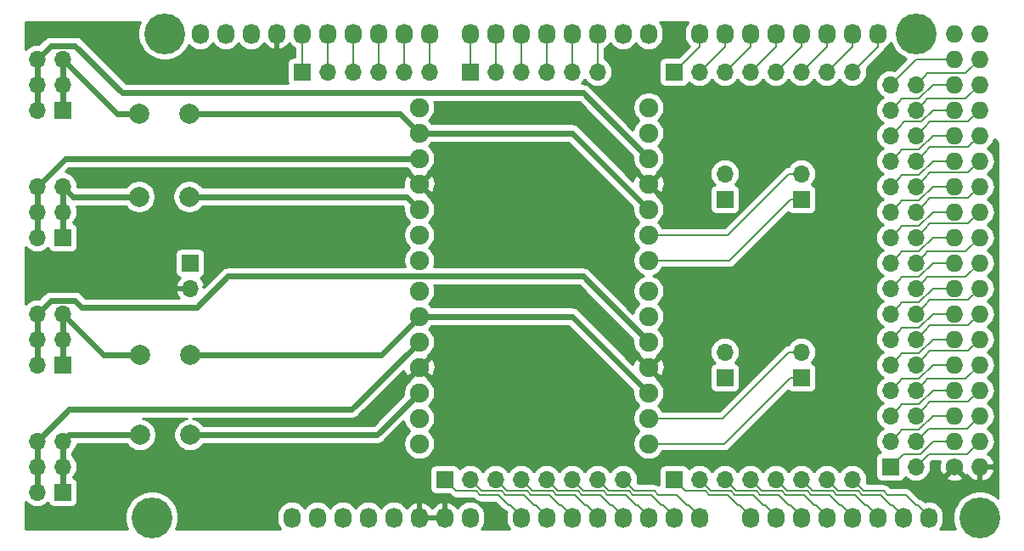
<source format=gtl>
G04 #@! TF.GenerationSoftware,KiCad,Pcbnew,(5.1.2-1)-1*
G04 #@! TF.CreationDate,2019-07-30T03:14:59+09:00*
G04 #@! TF.ProjectId,switcher-shield,73776974-6368-4657-922d-736869656c64,rev?*
G04 #@! TF.SameCoordinates,PX6296c50PY74079d0*
G04 #@! TF.FileFunction,Copper,L1,Top*
G04 #@! TF.FilePolarity,Positive*
%FSLAX46Y46*%
G04 Gerber Fmt 4.6, Leading zero omitted, Abs format (unit mm)*
G04 Created by KiCad (PCBNEW (5.1.2-1)-1) date 2019-07-30 03:14:59*
%MOMM*%
%LPD*%
G04 APERTURE LIST*
%ADD10O,1.700000X1.700000*%
%ADD11R,1.700000X1.700000*%
%ADD12C,1.727200*%
%ADD13O,1.727200X1.727200*%
%ADD14O,1.727200X2.032000*%
%ADD15C,4.064000*%
%ADD16C,1.900000*%
%ADD17C,2.000000*%
%ADD18C,0.200000*%
%ADD19C,0.600000*%
%ADD20C,0.254000*%
G04 APERTURE END LIST*
D10*
X71120000Y19050000D03*
D11*
X71120000Y16510000D03*
D12*
X93980000Y7620000D03*
D13*
X96520000Y7620000D03*
X93980000Y10160000D03*
X96520000Y10160000D03*
X93980000Y12700000D03*
X96520000Y12700000D03*
X93980000Y15240000D03*
X96520000Y15240000D03*
X93980000Y17780000D03*
X96520000Y17780000D03*
X93980000Y20320000D03*
X96520000Y20320000D03*
X93980000Y22860000D03*
X96520000Y22860000D03*
X93980000Y25400000D03*
X96520000Y25400000D03*
X93980000Y27940000D03*
X96520000Y27940000D03*
X93980000Y30480000D03*
X96520000Y30480000D03*
X93980000Y33020000D03*
X96520000Y33020000D03*
X93980000Y35560000D03*
X96520000Y35560000D03*
X93980000Y38100000D03*
X96520000Y38100000D03*
X93980000Y40640000D03*
X96520000Y40640000D03*
X93980000Y43180000D03*
X96520000Y43180000D03*
X93980000Y45720000D03*
X96520000Y45720000D03*
X93980000Y48260000D03*
X96520000Y48260000D03*
X93980000Y50800000D03*
X96520000Y50800000D03*
D14*
X27940000Y2540000D03*
X30480000Y2540000D03*
X33020000Y2540000D03*
X35560000Y2540000D03*
X38100000Y2540000D03*
X40640000Y2540000D03*
X43180000Y2540000D03*
X45720000Y2540000D03*
X50800000Y2540000D03*
X53340000Y2540000D03*
X55880000Y2540000D03*
X58420000Y2540000D03*
X60960000Y2540000D03*
X63500000Y2540000D03*
X66040000Y2540000D03*
X68580000Y2540000D03*
X73660000Y2540000D03*
X76200000Y2540000D03*
X78740000Y2540000D03*
X81280000Y2540000D03*
X83820000Y2540000D03*
X86360000Y2540000D03*
X88900000Y2540000D03*
X91440000Y2540000D03*
X18796000Y50800000D03*
X21336000Y50800000D03*
X23876000Y50800000D03*
X26416000Y50800000D03*
X28956000Y50800000D03*
X31496000Y50800000D03*
X34036000Y50800000D03*
X36576000Y50800000D03*
X39116000Y50800000D03*
X41656000Y50800000D03*
X45720000Y50800000D03*
X48260000Y50800000D03*
X50800000Y50800000D03*
X53340000Y50800000D03*
X55880000Y50800000D03*
X58420000Y50800000D03*
X60960000Y50800000D03*
X63500000Y50800000D03*
X68580000Y50800000D03*
X71120000Y50800000D03*
X73660000Y50800000D03*
X76200000Y50800000D03*
X78740000Y50800000D03*
X81280000Y50800000D03*
X83820000Y50800000D03*
X86360000Y50800000D03*
D15*
X13970000Y2540000D03*
X96520000Y2540000D03*
X15240000Y50800000D03*
X90170000Y50800000D03*
D11*
X87630000Y7620000D03*
D10*
X90170000Y7620000D03*
X87630000Y10160000D03*
X90170000Y10160000D03*
X87630000Y12700000D03*
X90170000Y12700000D03*
X87630000Y15240000D03*
X90170000Y15240000D03*
X87630000Y17780000D03*
X90170000Y17780000D03*
X87630000Y20320000D03*
X90170000Y20320000D03*
X87630000Y22860000D03*
X90170000Y22860000D03*
X87630000Y25400000D03*
X90170000Y25400000D03*
X87630000Y27940000D03*
X90170000Y27940000D03*
X87630000Y30480000D03*
X90170000Y30480000D03*
X87630000Y33020000D03*
X90170000Y33020000D03*
X87630000Y35560000D03*
X90170000Y35560000D03*
X87630000Y38100000D03*
X90170000Y38100000D03*
X87630000Y40640000D03*
X90170000Y40640000D03*
X87630000Y43180000D03*
X90170000Y43180000D03*
X87630000Y45720000D03*
X90170000Y45720000D03*
D11*
X43180000Y6350000D03*
D10*
X45720000Y6350000D03*
X48260000Y6350000D03*
X50800000Y6350000D03*
X53340000Y6350000D03*
X55880000Y6350000D03*
X58420000Y6350000D03*
X60960000Y6350000D03*
X83820000Y6350000D03*
X81280000Y6350000D03*
X78740000Y6350000D03*
X76200000Y6350000D03*
X73660000Y6350000D03*
X71120000Y6350000D03*
X68580000Y6350000D03*
D11*
X66040000Y6350000D03*
X66040000Y46990000D03*
D10*
X68580000Y46990000D03*
X71120000Y46990000D03*
X73660000Y46990000D03*
X76200000Y46990000D03*
X78740000Y46990000D03*
X81280000Y46990000D03*
X83820000Y46990000D03*
D11*
X28956000Y46990000D03*
D10*
X31496000Y46990000D03*
X34036000Y46990000D03*
X36576000Y46990000D03*
X39116000Y46990000D03*
X41656000Y46990000D03*
X58420000Y46990000D03*
X55880000Y46990000D03*
X53340000Y46990000D03*
X50800000Y46990000D03*
X48260000Y46990000D03*
D11*
X45720000Y46990000D03*
D16*
X40640000Y25146000D03*
X40640000Y22606000D03*
X40640000Y20066000D03*
X40640000Y17526000D03*
X40640000Y14986000D03*
X40640000Y12446000D03*
X40640000Y9906000D03*
D11*
X5080000Y5080000D03*
D10*
X2540000Y5080000D03*
X5080000Y7620000D03*
X2540000Y7620000D03*
X5080000Y10160000D03*
X2540000Y10160000D03*
D11*
X17780000Y27940000D03*
D10*
X17780000Y25400000D03*
D16*
X63500000Y25146000D03*
X63500000Y22606000D03*
X63500000Y20066000D03*
X63500000Y17526000D03*
X63500000Y14986000D03*
X63500000Y12446000D03*
X63500000Y9906000D03*
X40640000Y43434000D03*
X40640000Y40894000D03*
X40640000Y38354000D03*
X40640000Y35814000D03*
X40640000Y33274000D03*
X40640000Y30734000D03*
X40640000Y28194000D03*
X63500000Y28194000D03*
X63500000Y30734000D03*
X63500000Y33274000D03*
X63500000Y35814000D03*
X63500000Y38354000D03*
X63500000Y40894000D03*
X63500000Y43434000D03*
D11*
X78740000Y16510000D03*
D10*
X78740000Y19050000D03*
D11*
X5080000Y17780000D03*
D10*
X2540000Y17780000D03*
X5080000Y20320000D03*
X2540000Y20320000D03*
X5080000Y22860000D03*
X2540000Y22860000D03*
X71120000Y36830000D03*
D11*
X71120000Y34290000D03*
X78740000Y34290000D03*
D10*
X78740000Y36830000D03*
D11*
X5080000Y30480000D03*
D10*
X2540000Y30480000D03*
X5080000Y33020000D03*
X2540000Y33020000D03*
X5080000Y35560000D03*
X2540000Y35560000D03*
X2540000Y48260000D03*
X5080000Y48260000D03*
X2540000Y45720000D03*
X5080000Y45720000D03*
X2540000Y43180000D03*
D11*
X5080000Y43180000D03*
D17*
X12780000Y10795000D03*
X17780000Y10795000D03*
X17827000Y18796000D03*
X12827000Y18796000D03*
X12700000Y34544000D03*
X17700000Y34544000D03*
X17700000Y42799000D03*
X12700000Y42799000D03*
D18*
X91872002Y10160000D02*
X90602002Y8890000D01*
X93980000Y10160000D02*
X91872002Y10160000D01*
X90602002Y8890000D02*
X88900000Y8890000D01*
X88900000Y8890000D02*
X87630000Y7620000D01*
X91019999Y8469999D02*
X90170000Y7620000D01*
X91440000Y8890000D02*
X91019999Y8469999D01*
X95250000Y8890000D02*
X91440000Y8890000D01*
X96520000Y10160000D02*
X95250000Y8890000D01*
X88479999Y11009999D02*
X87630000Y10160000D01*
X88780001Y11310001D02*
X88479999Y11009999D01*
X90482003Y11310001D02*
X88780001Y11310001D01*
X91872002Y12700000D02*
X90482003Y11310001D01*
X93980000Y12700000D02*
X91872002Y12700000D01*
X91019999Y11009999D02*
X90170000Y10160000D01*
X95250000Y11430000D02*
X91440000Y11430000D01*
X91440000Y11430000D02*
X91019999Y11009999D01*
X96520000Y12700000D02*
X95250000Y11430000D01*
X88479999Y13549999D02*
X87630000Y12700000D01*
X90482003Y13850001D02*
X88780001Y13850001D01*
X91872002Y15240000D02*
X90482003Y13850001D01*
X88780001Y13850001D02*
X88479999Y13549999D01*
X93980000Y15240000D02*
X91872002Y15240000D01*
X91019999Y13549999D02*
X90170000Y12700000D01*
X95356399Y14076399D02*
X91546399Y14076399D01*
X91546399Y14076399D02*
X91019999Y13549999D01*
X96520000Y15240000D02*
X95356399Y14076399D01*
X88479999Y16089999D02*
X87630000Y15240000D01*
X88780001Y16390001D02*
X88479999Y16089999D01*
X90482003Y16390001D02*
X88780001Y16390001D01*
X91872002Y17780000D02*
X90482003Y16390001D01*
X93980000Y17780000D02*
X91872002Y17780000D01*
X91019999Y16089999D02*
X90170000Y15240000D01*
X91333601Y16403601D02*
X91019999Y16089999D01*
X95143601Y16403601D02*
X91333601Y16403601D01*
X96520000Y17780000D02*
X95143601Y16403601D01*
X88780001Y18930001D02*
X88479999Y18629999D01*
X91872002Y20320000D02*
X90482003Y18930001D01*
X88479999Y18629999D02*
X87630000Y17780000D01*
X90482003Y18930001D02*
X88780001Y18930001D01*
X93980000Y20320000D02*
X91872002Y20320000D01*
X91019999Y18629999D02*
X90170000Y17780000D01*
X91546399Y19156399D02*
X91019999Y18629999D01*
X95356399Y19156399D02*
X91546399Y19156399D01*
X96520000Y20320000D02*
X95356399Y19156399D01*
X88479999Y21169999D02*
X87630000Y20320000D01*
X90482003Y21470001D02*
X88780001Y21470001D01*
X88780001Y21470001D02*
X88479999Y21169999D01*
X91872002Y22860000D02*
X90482003Y21470001D01*
X93980000Y22860000D02*
X91872002Y22860000D01*
X91019999Y21169999D02*
X90170000Y20320000D01*
X91546399Y21696399D02*
X91019999Y21169999D01*
X95356399Y21696399D02*
X91546399Y21696399D01*
X96520000Y22860000D02*
X95356399Y21696399D01*
X88780001Y24010001D02*
X88479999Y23709999D01*
X90482003Y24010001D02*
X88780001Y24010001D01*
X88479999Y23709999D02*
X87630000Y22860000D01*
X91872002Y25400000D02*
X90482003Y24010001D01*
X93980000Y25400000D02*
X91872002Y25400000D01*
X91546399Y24236399D02*
X91019999Y23709999D01*
X91019999Y23709999D02*
X90170000Y22860000D01*
X95356399Y24236399D02*
X91546399Y24236399D01*
X96520000Y25400000D02*
X95356399Y24236399D01*
X90482003Y26550001D02*
X88780001Y26550001D01*
X91872002Y27940000D02*
X90482003Y26550001D01*
X88479999Y26249999D02*
X87630000Y25400000D01*
X88780001Y26550001D02*
X88479999Y26249999D01*
X93980000Y27940000D02*
X91872002Y27940000D01*
X91019999Y26249999D02*
X90170000Y25400000D01*
X91333601Y26563601D02*
X91019999Y26249999D01*
X95143601Y26563601D02*
X91333601Y26563601D01*
X96520000Y27940000D02*
X95143601Y26563601D01*
X88479999Y28789999D02*
X87630000Y27940000D01*
X88780001Y29090001D02*
X88479999Y28789999D01*
X90482003Y29090001D02*
X88780001Y29090001D01*
X91872002Y30480000D02*
X90482003Y29090001D01*
X93980000Y30480000D02*
X91872002Y30480000D01*
X91019999Y28789999D02*
X90170000Y27940000D01*
X91333601Y29103601D02*
X91019999Y28789999D01*
X95143601Y29103601D02*
X91333601Y29103601D01*
X96520000Y30480000D02*
X95143601Y29103601D01*
X88780001Y31630001D02*
X88479999Y31329999D01*
X90482003Y31630001D02*
X88780001Y31630001D01*
X91872002Y33020000D02*
X90482003Y31630001D01*
X88479999Y31329999D02*
X87630000Y30480000D01*
X93980000Y33020000D02*
X91872002Y33020000D01*
X91019999Y31329999D02*
X90170000Y30480000D01*
X91546399Y31856399D02*
X91019999Y31329999D01*
X95356399Y31856399D02*
X91546399Y31856399D01*
X96520000Y33020000D02*
X95356399Y31856399D01*
X88479999Y33869999D02*
X87630000Y33020000D01*
X90482003Y34170001D02*
X88780001Y34170001D01*
X88780001Y34170001D02*
X88479999Y33869999D01*
X91872002Y35560000D02*
X90482003Y34170001D01*
X93980000Y35560000D02*
X91872002Y35560000D01*
X91019999Y33869999D02*
X90170000Y33020000D01*
X91546399Y34396399D02*
X91019999Y33869999D01*
X95356399Y34396399D02*
X91546399Y34396399D01*
X96520000Y35560000D02*
X95356399Y34396399D01*
X88780001Y36710001D02*
X88479999Y36409999D01*
X88479999Y36409999D02*
X87630000Y35560000D01*
X91872002Y38100000D02*
X90482003Y36710001D01*
X90482003Y36710001D02*
X88780001Y36710001D01*
X93980000Y38100000D02*
X91872002Y38100000D01*
X91019999Y36409999D02*
X90170000Y35560000D01*
X95356399Y36936399D02*
X91546399Y36936399D01*
X91546399Y36936399D02*
X91019999Y36409999D01*
X96520000Y38100000D02*
X95356399Y36936399D01*
X88479999Y38949999D02*
X87630000Y38100000D01*
X91872002Y40640000D02*
X90482003Y39250001D01*
X88780001Y39250001D02*
X88479999Y38949999D01*
X90482003Y39250001D02*
X88780001Y39250001D01*
X93980000Y40640000D02*
X91872002Y40640000D01*
X91019999Y38949999D02*
X90170000Y38100000D01*
X91546399Y39476399D02*
X91019999Y38949999D01*
X95356399Y39476399D02*
X91546399Y39476399D01*
X96520000Y40640000D02*
X95356399Y39476399D01*
X89019999Y42029999D02*
X88479999Y41489999D01*
X91872002Y43180000D02*
X90722001Y42029999D01*
X88479999Y41489999D02*
X87630000Y40640000D01*
X90722001Y42029999D02*
X89019999Y42029999D01*
X93980000Y43180000D02*
X91872002Y43180000D01*
X91019999Y41489999D02*
X90170000Y40640000D01*
X91546399Y42016399D02*
X91019999Y41489999D01*
X95356399Y42016399D02*
X91546399Y42016399D01*
X96520000Y43180000D02*
X95356399Y42016399D01*
X88479999Y44029999D02*
X87630000Y43180000D01*
X88780001Y44330001D02*
X88479999Y44029999D01*
X90482003Y44330001D02*
X88780001Y44330001D01*
X91872002Y45720000D02*
X90482003Y44330001D01*
X93980000Y45720000D02*
X91872002Y45720000D01*
X91019999Y44029999D02*
X90170000Y43180000D01*
X91333601Y44343601D02*
X91019999Y44029999D01*
X95143601Y44343601D02*
X91333601Y44343601D01*
X96520000Y45720000D02*
X95143601Y44343601D01*
X90170000Y48260000D02*
X87630000Y45720000D01*
X93980000Y48260000D02*
X90170000Y48260000D01*
X91019999Y46569999D02*
X90170000Y45720000D01*
X91333601Y46883601D02*
X91019999Y46569999D01*
X95143601Y46883601D02*
X91333601Y46883601D01*
X96520000Y48260000D02*
X95143601Y46883601D01*
X49584000Y3756000D02*
X48540012Y4799988D01*
X48540012Y4799988D02*
X46704312Y4799988D01*
X44330001Y5199999D02*
X44029999Y5500001D01*
X46304301Y5199999D02*
X44330001Y5199999D01*
X50800000Y2540000D02*
X50800000Y2692400D01*
X44029999Y5500001D02*
X43180000Y6350000D01*
X46704312Y4799988D02*
X46304301Y5199999D01*
X49736400Y3756000D02*
X49584000Y3756000D01*
X50800000Y2692400D02*
X49736400Y3756000D01*
X52124000Y3756000D02*
X51080012Y4799988D01*
X51080012Y4799988D02*
X49244312Y4799988D01*
X46870001Y5199999D02*
X46569999Y5500001D01*
X48844301Y5199999D02*
X46870001Y5199999D01*
X53340000Y2540000D02*
X53340000Y2692400D01*
X46569999Y5500001D02*
X45720000Y6350000D01*
X49244312Y4799988D02*
X48844301Y5199999D01*
X52276400Y3756000D02*
X52124000Y3756000D01*
X53340000Y2692400D02*
X52276400Y3756000D01*
X54664000Y3756000D02*
X53620012Y4799988D01*
X53620012Y4799988D02*
X51784312Y4799988D01*
X49410001Y5199999D02*
X49109999Y5500001D01*
X51384301Y5199999D02*
X49410001Y5199999D01*
X55880000Y2540000D02*
X55880000Y2692400D01*
X49109999Y5500001D02*
X48260000Y6350000D01*
X51784312Y4799988D02*
X51384301Y5199999D01*
X54816400Y3756000D02*
X54664000Y3756000D01*
X55880000Y2692400D02*
X54816400Y3756000D01*
X57204000Y3756000D02*
X56160012Y4799988D01*
X56160012Y4799988D02*
X54324312Y4799988D01*
X51950001Y5199999D02*
X51649999Y5500001D01*
X53924301Y5199999D02*
X51950001Y5199999D01*
X58420000Y2540000D02*
X58420000Y2692400D01*
X51649999Y5500001D02*
X50800000Y6350000D01*
X54324312Y4799988D02*
X53924301Y5199999D01*
X57356400Y3756000D02*
X57204000Y3756000D01*
X58420000Y2692400D02*
X57356400Y3756000D01*
X59744000Y3756000D02*
X58700012Y4799988D01*
X58700012Y4799988D02*
X56864312Y4799988D01*
X54490001Y5199999D02*
X54189999Y5500001D01*
X56464301Y5199999D02*
X54490001Y5199999D01*
X60960000Y2540000D02*
X60960000Y2692400D01*
X54189999Y5500001D02*
X53340000Y6350000D01*
X56864312Y4799988D02*
X56464301Y5199999D01*
X59896400Y3756000D02*
X59744000Y3756000D01*
X60960000Y2692400D02*
X59896400Y3756000D01*
X62284000Y3756000D02*
X61240012Y4799988D01*
X61240012Y4799988D02*
X59404312Y4799988D01*
X57030001Y5199999D02*
X56729999Y5500001D01*
X59004301Y5199999D02*
X57030001Y5199999D01*
X63500000Y2540000D02*
X63500000Y2692400D01*
X56729999Y5500001D02*
X55880000Y6350000D01*
X59404312Y4799988D02*
X59004301Y5199999D01*
X62436400Y3756000D02*
X62284000Y3756000D01*
X63500000Y2692400D02*
X62436400Y3756000D01*
X64824000Y3756000D02*
X63780012Y4799988D01*
X63780012Y4799988D02*
X61944312Y4799988D01*
X59570001Y5199999D02*
X59269999Y5500001D01*
X61544301Y5199999D02*
X59570001Y5199999D01*
X66040000Y2540000D02*
X66040000Y2692400D01*
X59269999Y5500001D02*
X58420000Y6350000D01*
X61944312Y4799988D02*
X61544301Y5199999D01*
X64976400Y3756000D02*
X64824000Y3756000D01*
X66040000Y2692400D02*
X64976400Y3756000D01*
X67364000Y3756000D02*
X66320012Y4799988D01*
X66320012Y4799988D02*
X64484312Y4799988D01*
X62110001Y5199999D02*
X61809999Y5500001D01*
X64084301Y5199999D02*
X62110001Y5199999D01*
X68580000Y2540000D02*
X68580000Y2692400D01*
X61809999Y5500001D02*
X60960000Y6350000D01*
X64484312Y4799988D02*
X64084301Y5199999D01*
X67516400Y3756000D02*
X67364000Y3756000D01*
X68580000Y2692400D02*
X67516400Y3756000D01*
X72444000Y3756000D02*
X71400012Y4799988D01*
X71400012Y4799988D02*
X69564312Y4799988D01*
X67190001Y5199999D02*
X66889999Y5500001D01*
X69164301Y5199999D02*
X67190001Y5199999D01*
X73660000Y2540000D02*
X73660000Y2692400D01*
X66889999Y5500001D02*
X66040000Y6350000D01*
X69564312Y4799988D02*
X69164301Y5199999D01*
X72596400Y3756000D02*
X72444000Y3756000D01*
X73660000Y2692400D02*
X72596400Y3756000D01*
X74984000Y3756000D02*
X73940012Y4799988D01*
X73940012Y4799988D02*
X72104312Y4799988D01*
X69730001Y5199999D02*
X69429999Y5500001D01*
X71704301Y5199999D02*
X69730001Y5199999D01*
X76200000Y2540000D02*
X76200000Y2692400D01*
X69429999Y5500001D02*
X68580000Y6350000D01*
X72104312Y4799988D02*
X71704301Y5199999D01*
X75136400Y3756000D02*
X74984000Y3756000D01*
X76200000Y2692400D02*
X75136400Y3756000D01*
X74644312Y4799988D02*
X74244301Y5199999D01*
X77676400Y3756000D02*
X77524000Y3756000D01*
X78740000Y2540000D02*
X78740000Y2692400D01*
X71969999Y5500001D02*
X71120000Y6350000D01*
X78740000Y2692400D02*
X77676400Y3756000D01*
X77524000Y3756000D02*
X76480012Y4799988D01*
X72270001Y5199999D02*
X71969999Y5500001D01*
X76480012Y4799988D02*
X74644312Y4799988D01*
X74244301Y5199999D02*
X72270001Y5199999D01*
X80064000Y3756000D02*
X79020012Y4799988D01*
X79020012Y4799988D02*
X77184312Y4799988D01*
X74810001Y5199999D02*
X74509999Y5500001D01*
X76784301Y5199999D02*
X74810001Y5199999D01*
X81280000Y2540000D02*
X81280000Y2692400D01*
X74509999Y5500001D02*
X73660000Y6350000D01*
X77184312Y4799988D02*
X76784301Y5199999D01*
X80216400Y3756000D02*
X80064000Y3756000D01*
X81280000Y2692400D02*
X80216400Y3756000D01*
X82604000Y3756000D02*
X81560012Y4799988D01*
X81560012Y4799988D02*
X79724312Y4799988D01*
X77350001Y5199999D02*
X77049999Y5500001D01*
X79324301Y5199999D02*
X77350001Y5199999D01*
X83820000Y2540000D02*
X83820000Y2692400D01*
X77049999Y5500001D02*
X76200000Y6350000D01*
X79724312Y4799988D02*
X79324301Y5199999D01*
X82756400Y3756000D02*
X82604000Y3756000D01*
X83820000Y2692400D02*
X82756400Y3756000D01*
X85144000Y3756000D02*
X84100012Y4799988D01*
X84100012Y4799988D02*
X82264312Y4799988D01*
X79890001Y5199999D02*
X79589999Y5500001D01*
X81864301Y5199999D02*
X79890001Y5199999D01*
X86360000Y2540000D02*
X86360000Y2692400D01*
X79589999Y5500001D02*
X78740000Y6350000D01*
X82264312Y4799988D02*
X81864301Y5199999D01*
X85296400Y3756000D02*
X85144000Y3756000D01*
X86360000Y2692400D02*
X85296400Y3756000D01*
X87684000Y3756000D02*
X86640012Y4799988D01*
X86640012Y4799988D02*
X84804312Y4799988D01*
X82430001Y5199999D02*
X82129999Y5500001D01*
X84404301Y5199999D02*
X82430001Y5199999D01*
X88900000Y2540000D02*
X88900000Y2692400D01*
X82129999Y5500001D02*
X81280000Y6350000D01*
X84804312Y4799988D02*
X84404301Y5199999D01*
X87836400Y3756000D02*
X87684000Y3756000D01*
X88900000Y2692400D02*
X87836400Y3756000D01*
X90224000Y3756000D02*
X89180012Y4799988D01*
X89180012Y4799988D02*
X87344312Y4799988D01*
X84970001Y5199999D02*
X84669999Y5500001D01*
X86944301Y5199999D02*
X84970001Y5199999D01*
X91440000Y2540000D02*
X91440000Y2692400D01*
X84669999Y5500001D02*
X83820000Y6350000D01*
X87344312Y4799988D02*
X86944301Y5199999D01*
X90376400Y3756000D02*
X90224000Y3756000D01*
X91440000Y2692400D02*
X90376400Y3756000D01*
X83820000Y49530000D02*
X81280000Y46990000D01*
X83820000Y50800000D02*
X83820000Y49530000D01*
X86360000Y49530000D02*
X83820000Y46990000D01*
X86360000Y50800000D02*
X86360000Y49530000D01*
X68580000Y49530000D02*
X66040000Y46990000D01*
X68580000Y50800000D02*
X68580000Y49530000D01*
X71120000Y49530000D02*
X68580000Y46990000D01*
X71120000Y50800000D02*
X71120000Y49530000D01*
X73660000Y49530000D02*
X71120000Y46990000D01*
X73660000Y50800000D02*
X73660000Y49530000D01*
X76200000Y49530000D02*
X73660000Y46990000D01*
X76200000Y50800000D02*
X76200000Y49530000D01*
X78740000Y49530000D02*
X76200000Y46990000D01*
X78740000Y50800000D02*
X78740000Y49530000D01*
X81280000Y49530000D02*
X78740000Y46990000D01*
X81280000Y50800000D02*
X81280000Y49530000D01*
X28956000Y49584000D02*
X28956000Y46990000D01*
X28956000Y50800000D02*
X28956000Y49584000D01*
X31496000Y49584000D02*
X31496000Y46990000D01*
X31496000Y50800000D02*
X31496000Y49584000D01*
X34036000Y49584000D02*
X34036000Y46990000D01*
X34036000Y50800000D02*
X34036000Y49584000D01*
X36576000Y49584000D02*
X36576000Y46990000D01*
X36576000Y50800000D02*
X36576000Y49584000D01*
X39116000Y49584000D02*
X39116000Y46990000D01*
X39116000Y50800000D02*
X39116000Y49584000D01*
X41656000Y49584000D02*
X41656000Y46990000D01*
X41656000Y50800000D02*
X41656000Y49584000D01*
X58420000Y50800000D02*
X58420000Y46990000D01*
X55880000Y50800000D02*
X55880000Y46990000D01*
X53340000Y50800000D02*
X53340000Y46990000D01*
X50800000Y50800000D02*
X50800000Y46990000D01*
X48260000Y50800000D02*
X48260000Y46990000D01*
X45720000Y50800000D02*
X45720000Y46990000D01*
D19*
X2540000Y5080000D02*
X2540000Y10160000D01*
X33909000Y13335000D02*
X39690001Y19116001D01*
X5715000Y13335000D02*
X33909000Y13335000D01*
X39690001Y19116001D02*
X40640000Y20066000D01*
X2540000Y10160000D02*
X5715000Y13335000D01*
X5334000Y38354000D02*
X2540000Y35560000D01*
X40640000Y38354000D02*
X5334000Y38354000D01*
X2540000Y35560000D02*
X2540000Y30480000D01*
X2540000Y18982081D02*
X2540000Y17780000D01*
X2540000Y22860000D02*
X2540000Y18982081D01*
X3890001Y24210001D02*
X2540000Y22860000D01*
X6269999Y24210001D02*
X3890001Y24210001D01*
X6985000Y23495000D02*
X6269999Y24210001D01*
X18461501Y23495000D02*
X6985000Y23495000D01*
X21562502Y26596001D02*
X18461501Y23495000D01*
X56969999Y26596001D02*
X21562502Y26596001D01*
X63500000Y20066000D02*
X56969999Y26596001D01*
D18*
X70866000Y12446000D02*
X63500000Y12446000D01*
X77470000Y19050000D02*
X70866000Y12446000D01*
X78740000Y19050000D02*
X77470000Y19050000D01*
X71086000Y9906000D02*
X63500000Y9906000D01*
X77690000Y16510000D02*
X71086000Y9906000D01*
X78740000Y16510000D02*
X77690000Y16510000D01*
X63754000Y28194000D02*
X63500000Y27940000D01*
X77690000Y34290000D02*
X71594000Y28194000D01*
X78740000Y34290000D02*
X77690000Y34290000D01*
X71594000Y28194000D02*
X63500000Y28194000D01*
X63754000Y30734000D02*
X63500000Y30480000D01*
X77470000Y36830000D02*
X71374000Y30734000D01*
X78740000Y36830000D02*
X77470000Y36830000D01*
X71374000Y30734000D02*
X63500000Y30734000D01*
D19*
X2540000Y48260000D02*
X2540000Y43180000D01*
X3389999Y49109999D02*
X2540000Y48260000D01*
X6316500Y49610001D02*
X3890001Y49610001D01*
X3890001Y49610001D02*
X3389999Y49109999D01*
X11042500Y44884001D02*
X6316500Y49610001D01*
X56969999Y44884001D02*
X11042500Y44884001D01*
X63500000Y38354000D02*
X56969999Y44884001D01*
X5080000Y5080000D02*
X5080000Y10160000D01*
X5715000Y10795000D02*
X5080000Y10160000D01*
X12780000Y10795000D02*
X5715000Y10795000D01*
X36449000Y10795000D02*
X40640000Y14986000D01*
X17780000Y10795000D02*
X36449000Y10795000D01*
X9144000Y18796000D02*
X5080000Y22860000D01*
X12827000Y18796000D02*
X9144000Y18796000D01*
X5080000Y22860000D02*
X5080000Y17780000D01*
X6096000Y34544000D02*
X5080000Y35560000D01*
X12700000Y34544000D02*
X6096000Y34544000D01*
X5080000Y35560000D02*
X5080000Y30480000D01*
X39370000Y34544000D02*
X40640000Y33274000D01*
X17700000Y34544000D02*
X39370000Y34544000D01*
X10541000Y42799000D02*
X5080000Y48260000D01*
X12700000Y42799000D02*
X10541000Y42799000D01*
X5080000Y48260000D02*
X5080000Y43180000D01*
X63500000Y14986000D02*
X55880000Y22606000D01*
X36830000Y18796000D02*
X40640000Y22606000D01*
X17827000Y18796000D02*
X36830000Y18796000D01*
X40640000Y22606000D02*
X55880000Y22606000D01*
X55880000Y40894000D02*
X40640000Y40894000D01*
X63500000Y33274000D02*
X55880000Y40894000D01*
X38735000Y42799000D02*
X40640000Y40894000D01*
X17700000Y42799000D02*
X38735000Y42799000D01*
D20*
G36*
X67327931Y51789005D02*
G01*
X67188775Y51528663D01*
X67103084Y51246176D01*
X67081400Y51026018D01*
X67081400Y50573981D01*
X67103084Y50353823D01*
X67188775Y50071336D01*
X67327931Y49810994D01*
X67515203Y49582803D01*
X67558128Y49547575D01*
X66488626Y48478072D01*
X65190000Y48478072D01*
X65065518Y48465812D01*
X64945820Y48429502D01*
X64835506Y48370537D01*
X64738815Y48291185D01*
X64659463Y48194494D01*
X64600498Y48084180D01*
X64564188Y47964482D01*
X64551928Y47840000D01*
X64551928Y46140000D01*
X64564188Y46015518D01*
X64600498Y45895820D01*
X64659463Y45785506D01*
X64738815Y45688815D01*
X64835506Y45609463D01*
X64945820Y45550498D01*
X65065518Y45514188D01*
X65190000Y45501928D01*
X66890000Y45501928D01*
X67014482Y45514188D01*
X67134180Y45550498D01*
X67244494Y45609463D01*
X67341185Y45688815D01*
X67420537Y45785506D01*
X67479502Y45895820D01*
X67500393Y45964687D01*
X67524866Y45934866D01*
X67750986Y45749294D01*
X68008966Y45611401D01*
X68288889Y45526487D01*
X68507050Y45505000D01*
X68652950Y45505000D01*
X68871111Y45526487D01*
X69151034Y45611401D01*
X69409014Y45749294D01*
X69635134Y45934866D01*
X69820706Y46160986D01*
X69850000Y46215791D01*
X69879294Y46160986D01*
X70064866Y45934866D01*
X70290986Y45749294D01*
X70548966Y45611401D01*
X70828889Y45526487D01*
X71047050Y45505000D01*
X71192950Y45505000D01*
X71411111Y45526487D01*
X71691034Y45611401D01*
X71949014Y45749294D01*
X72175134Y45934866D01*
X72360706Y46160986D01*
X72390000Y46215791D01*
X72419294Y46160986D01*
X72604866Y45934866D01*
X72830986Y45749294D01*
X73088966Y45611401D01*
X73368889Y45526487D01*
X73587050Y45505000D01*
X73732950Y45505000D01*
X73951111Y45526487D01*
X74231034Y45611401D01*
X74489014Y45749294D01*
X74715134Y45934866D01*
X74900706Y46160986D01*
X74930000Y46215791D01*
X74959294Y46160986D01*
X75144866Y45934866D01*
X75370986Y45749294D01*
X75628966Y45611401D01*
X75908889Y45526487D01*
X76127050Y45505000D01*
X76272950Y45505000D01*
X76491111Y45526487D01*
X76771034Y45611401D01*
X77029014Y45749294D01*
X77255134Y45934866D01*
X77440706Y46160986D01*
X77470000Y46215791D01*
X77499294Y46160986D01*
X77684866Y45934866D01*
X77910986Y45749294D01*
X78168966Y45611401D01*
X78448889Y45526487D01*
X78667050Y45505000D01*
X78812950Y45505000D01*
X79031111Y45526487D01*
X79311034Y45611401D01*
X79569014Y45749294D01*
X79795134Y45934866D01*
X79980706Y46160986D01*
X80010000Y46215791D01*
X80039294Y46160986D01*
X80224866Y45934866D01*
X80450986Y45749294D01*
X80708966Y45611401D01*
X80988889Y45526487D01*
X81207050Y45505000D01*
X81352950Y45505000D01*
X81571111Y45526487D01*
X81851034Y45611401D01*
X82109014Y45749294D01*
X82335134Y45934866D01*
X82520706Y46160986D01*
X82550000Y46215791D01*
X82579294Y46160986D01*
X82764866Y45934866D01*
X82990986Y45749294D01*
X83248966Y45611401D01*
X83528889Y45526487D01*
X83747050Y45505000D01*
X83892950Y45505000D01*
X84111111Y45526487D01*
X84391034Y45611401D01*
X84649014Y45749294D01*
X84875134Y45934866D01*
X85060706Y46160986D01*
X85198599Y46418966D01*
X85283513Y46698889D01*
X85312185Y46990000D01*
X85283513Y47281111D01*
X85252568Y47383122D01*
X86854193Y48984746D01*
X86882238Y49007762D01*
X86974087Y49119680D01*
X87042337Y49247367D01*
X87066126Y49325788D01*
X87196606Y49395531D01*
X87424797Y49582803D01*
X87612069Y49810994D01*
X87657621Y49896215D01*
X87806536Y49536702D01*
X88098406Y49099887D01*
X88469887Y48728406D01*
X88906702Y48436536D01*
X89189818Y48319265D01*
X88023122Y47152568D01*
X87921111Y47183513D01*
X87702950Y47205000D01*
X87557050Y47205000D01*
X87338889Y47183513D01*
X87058966Y47098599D01*
X86800986Y46960706D01*
X86574866Y46775134D01*
X86389294Y46549014D01*
X86251401Y46291034D01*
X86166487Y46011111D01*
X86137815Y45720000D01*
X86166487Y45428889D01*
X86251401Y45148966D01*
X86389294Y44890986D01*
X86574866Y44664866D01*
X86800986Y44479294D01*
X86855791Y44450000D01*
X86800986Y44420706D01*
X86574866Y44235134D01*
X86389294Y44009014D01*
X86251401Y43751034D01*
X86166487Y43471111D01*
X86137815Y43180000D01*
X86166487Y42888889D01*
X86251401Y42608966D01*
X86389294Y42350986D01*
X86574866Y42124866D01*
X86800986Y41939294D01*
X86855791Y41910000D01*
X86800986Y41880706D01*
X86574866Y41695134D01*
X86389294Y41469014D01*
X86251401Y41211034D01*
X86166487Y40931111D01*
X86137815Y40640000D01*
X86166487Y40348889D01*
X86251401Y40068966D01*
X86389294Y39810986D01*
X86574866Y39584866D01*
X86800986Y39399294D01*
X86855791Y39370000D01*
X86800986Y39340706D01*
X86574866Y39155134D01*
X86389294Y38929014D01*
X86251401Y38671034D01*
X86166487Y38391111D01*
X86137815Y38100000D01*
X86166487Y37808889D01*
X86251401Y37528966D01*
X86389294Y37270986D01*
X86574866Y37044866D01*
X86800986Y36859294D01*
X86855791Y36830000D01*
X86800986Y36800706D01*
X86574866Y36615134D01*
X86389294Y36389014D01*
X86251401Y36131034D01*
X86166487Y35851111D01*
X86137815Y35560000D01*
X86166487Y35268889D01*
X86251401Y34988966D01*
X86389294Y34730986D01*
X86574866Y34504866D01*
X86800986Y34319294D01*
X86855791Y34290000D01*
X86800986Y34260706D01*
X86574866Y34075134D01*
X86389294Y33849014D01*
X86251401Y33591034D01*
X86166487Y33311111D01*
X86137815Y33020000D01*
X86166487Y32728889D01*
X86251401Y32448966D01*
X86389294Y32190986D01*
X86574866Y31964866D01*
X86800986Y31779294D01*
X86855791Y31750000D01*
X86800986Y31720706D01*
X86574866Y31535134D01*
X86389294Y31309014D01*
X86251401Y31051034D01*
X86166487Y30771111D01*
X86137815Y30480000D01*
X86166487Y30188889D01*
X86251401Y29908966D01*
X86389294Y29650986D01*
X86574866Y29424866D01*
X86800986Y29239294D01*
X86855791Y29210000D01*
X86800986Y29180706D01*
X86574866Y28995134D01*
X86389294Y28769014D01*
X86251401Y28511034D01*
X86166487Y28231111D01*
X86137815Y27940000D01*
X86166487Y27648889D01*
X86251401Y27368966D01*
X86389294Y27110986D01*
X86574866Y26884866D01*
X86800986Y26699294D01*
X86855791Y26670000D01*
X86800986Y26640706D01*
X86574866Y26455134D01*
X86389294Y26229014D01*
X86251401Y25971034D01*
X86166487Y25691111D01*
X86137815Y25400000D01*
X86166487Y25108889D01*
X86251401Y24828966D01*
X86389294Y24570986D01*
X86574866Y24344866D01*
X86800986Y24159294D01*
X86855791Y24130000D01*
X86800986Y24100706D01*
X86574866Y23915134D01*
X86389294Y23689014D01*
X86251401Y23431034D01*
X86166487Y23151111D01*
X86137815Y22860000D01*
X86166487Y22568889D01*
X86251401Y22288966D01*
X86389294Y22030986D01*
X86574866Y21804866D01*
X86800986Y21619294D01*
X86855791Y21590000D01*
X86800986Y21560706D01*
X86574866Y21375134D01*
X86389294Y21149014D01*
X86251401Y20891034D01*
X86166487Y20611111D01*
X86137815Y20320000D01*
X86166487Y20028889D01*
X86251401Y19748966D01*
X86389294Y19490986D01*
X86574866Y19264866D01*
X86800986Y19079294D01*
X86855791Y19050000D01*
X86800986Y19020706D01*
X86574866Y18835134D01*
X86389294Y18609014D01*
X86251401Y18351034D01*
X86166487Y18071111D01*
X86137815Y17780000D01*
X86166487Y17488889D01*
X86251401Y17208966D01*
X86389294Y16950986D01*
X86574866Y16724866D01*
X86800986Y16539294D01*
X86855791Y16510000D01*
X86800986Y16480706D01*
X86574866Y16295134D01*
X86389294Y16069014D01*
X86251401Y15811034D01*
X86166487Y15531111D01*
X86137815Y15240000D01*
X86166487Y14948889D01*
X86251401Y14668966D01*
X86389294Y14410986D01*
X86574866Y14184866D01*
X86800986Y13999294D01*
X86855791Y13970000D01*
X86800986Y13940706D01*
X86574866Y13755134D01*
X86389294Y13529014D01*
X86251401Y13271034D01*
X86166487Y12991111D01*
X86137815Y12700000D01*
X86166487Y12408889D01*
X86251401Y12128966D01*
X86389294Y11870986D01*
X86574866Y11644866D01*
X86800986Y11459294D01*
X86855791Y11430000D01*
X86800986Y11400706D01*
X86574866Y11215134D01*
X86389294Y10989014D01*
X86251401Y10731034D01*
X86166487Y10451111D01*
X86137815Y10160000D01*
X86166487Y9868889D01*
X86251401Y9588966D01*
X86389294Y9330986D01*
X86574866Y9104866D01*
X86604687Y9080393D01*
X86535820Y9059502D01*
X86425506Y9000537D01*
X86328815Y8921185D01*
X86249463Y8824494D01*
X86190498Y8714180D01*
X86154188Y8594482D01*
X86141928Y8470000D01*
X86141928Y6770000D01*
X86154188Y6645518D01*
X86190498Y6525820D01*
X86249463Y6415506D01*
X86328815Y6318815D01*
X86425506Y6239463D01*
X86535820Y6180498D01*
X86655518Y6144188D01*
X86780000Y6131928D01*
X88480000Y6131928D01*
X88604482Y6144188D01*
X88724180Y6180498D01*
X88834494Y6239463D01*
X88931185Y6318815D01*
X89010537Y6415506D01*
X89069502Y6525820D01*
X89090393Y6594687D01*
X89114866Y6564866D01*
X89340986Y6379294D01*
X89598966Y6241401D01*
X89878889Y6156487D01*
X90097050Y6135000D01*
X90242950Y6135000D01*
X90461111Y6156487D01*
X90741034Y6241401D01*
X90999014Y6379294D01*
X91225134Y6564866D01*
X91239110Y6581896D01*
X93121501Y6581896D01*
X93200782Y6331433D01*
X93467141Y6204174D01*
X93753210Y6131325D01*
X94047993Y6115685D01*
X94340164Y6157855D01*
X94618493Y6256214D01*
X94759218Y6331433D01*
X94838499Y6581896D01*
X93980000Y7440395D01*
X93121501Y6581896D01*
X91239110Y6581896D01*
X91410706Y6790986D01*
X91548599Y7048966D01*
X91633513Y7328889D01*
X91662185Y7620000D01*
X91633513Y7911111D01*
X91602568Y8013122D01*
X91744446Y8155000D01*
X92574752Y8155000D01*
X92564174Y8132859D01*
X92491325Y7846790D01*
X92475685Y7552007D01*
X92517855Y7259836D01*
X92616214Y6981507D01*
X92691433Y6840782D01*
X92941896Y6761501D01*
X93800395Y7620000D01*
X93786253Y7634142D01*
X93965858Y7813747D01*
X93980000Y7799605D01*
X93994143Y7813747D01*
X94173748Y7634142D01*
X94159605Y7620000D01*
X95018104Y6761501D01*
X95251434Y6835359D01*
X95313183Y6731512D01*
X95509707Y6513146D01*
X95745056Y6337316D01*
X96010186Y6210778D01*
X96160974Y6165042D01*
X96393000Y6286183D01*
X96393000Y7493000D01*
X96647000Y7493000D01*
X96647000Y6286183D01*
X96879026Y6165042D01*
X97029814Y6210778D01*
X97294944Y6337316D01*
X97530293Y6513146D01*
X97726817Y6731512D01*
X97876964Y6984022D01*
X97974963Y7260973D01*
X97854464Y7493000D01*
X96647000Y7493000D01*
X96393000Y7493000D01*
X96373000Y7493000D01*
X96373000Y7747000D01*
X96393000Y7747000D01*
X96393000Y7767000D01*
X96647000Y7767000D01*
X96647000Y7747000D01*
X97854464Y7747000D01*
X97974963Y7979027D01*
X97876964Y8255978D01*
X97726817Y8508488D01*
X97530293Y8726854D01*
X97316567Y8886530D01*
X97356606Y8907931D01*
X97584797Y9095203D01*
X97772069Y9323394D01*
X97911225Y9583736D01*
X97996916Y9866223D01*
X98025851Y10160000D01*
X97996916Y10453777D01*
X97911225Y10736264D01*
X97772069Y10996606D01*
X97584797Y11224797D01*
X97356606Y11412069D01*
X97323060Y11430000D01*
X97356606Y11447931D01*
X97584797Y11635203D01*
X97772069Y11863394D01*
X97911225Y12123736D01*
X97996916Y12406223D01*
X98025851Y12700000D01*
X97996916Y12993777D01*
X97911225Y13276264D01*
X97772069Y13536606D01*
X97584797Y13764797D01*
X97356606Y13952069D01*
X97323060Y13970000D01*
X97356606Y13987931D01*
X97584797Y14175203D01*
X97772069Y14403394D01*
X97911225Y14663736D01*
X97996916Y14946223D01*
X98025851Y15240000D01*
X97996916Y15533777D01*
X97911225Y15816264D01*
X97772069Y16076606D01*
X97584797Y16304797D01*
X97356606Y16492069D01*
X97323060Y16510000D01*
X97356606Y16527931D01*
X97584797Y16715203D01*
X97772069Y16943394D01*
X97911225Y17203736D01*
X97996916Y17486223D01*
X98025851Y17780000D01*
X97996916Y18073777D01*
X97911225Y18356264D01*
X97772069Y18616606D01*
X97584797Y18844797D01*
X97356606Y19032069D01*
X97323060Y19050000D01*
X97356606Y19067931D01*
X97584797Y19255203D01*
X97772069Y19483394D01*
X97911225Y19743736D01*
X97996916Y20026223D01*
X98025851Y20320000D01*
X97996916Y20613777D01*
X97911225Y20896264D01*
X97772069Y21156606D01*
X97584797Y21384797D01*
X97356606Y21572069D01*
X97323060Y21590000D01*
X97356606Y21607931D01*
X97584797Y21795203D01*
X97772069Y22023394D01*
X97911225Y22283736D01*
X97996916Y22566223D01*
X98025851Y22860000D01*
X97996916Y23153777D01*
X97911225Y23436264D01*
X97772069Y23696606D01*
X97584797Y23924797D01*
X97356606Y24112069D01*
X97323060Y24130000D01*
X97356606Y24147931D01*
X97584797Y24335203D01*
X97772069Y24563394D01*
X97911225Y24823736D01*
X97996916Y25106223D01*
X98025851Y25400000D01*
X97996916Y25693777D01*
X97911225Y25976264D01*
X97772069Y26236606D01*
X97584797Y26464797D01*
X97356606Y26652069D01*
X97323060Y26670000D01*
X97356606Y26687931D01*
X97584797Y26875203D01*
X97772069Y27103394D01*
X97911225Y27363736D01*
X97996916Y27646223D01*
X98025851Y27940000D01*
X97996916Y28233777D01*
X97911225Y28516264D01*
X97772069Y28776606D01*
X97584797Y29004797D01*
X97356606Y29192069D01*
X97323060Y29210000D01*
X97356606Y29227931D01*
X97584797Y29415203D01*
X97772069Y29643394D01*
X97911225Y29903736D01*
X97996916Y30186223D01*
X98025851Y30480000D01*
X97996916Y30773777D01*
X97911225Y31056264D01*
X97772069Y31316606D01*
X97584797Y31544797D01*
X97356606Y31732069D01*
X97323060Y31750000D01*
X97356606Y31767931D01*
X97584797Y31955203D01*
X97772069Y32183394D01*
X97911225Y32443736D01*
X97996916Y32726223D01*
X98025851Y33020000D01*
X97996916Y33313777D01*
X97911225Y33596264D01*
X97772069Y33856606D01*
X97584797Y34084797D01*
X97356606Y34272069D01*
X97323060Y34290000D01*
X97356606Y34307931D01*
X97584797Y34495203D01*
X97772069Y34723394D01*
X97911225Y34983736D01*
X97996916Y35266223D01*
X98025851Y35560000D01*
X97996916Y35853777D01*
X97911225Y36136264D01*
X97772069Y36396606D01*
X97584797Y36624797D01*
X97356606Y36812069D01*
X97323060Y36830000D01*
X97356606Y36847931D01*
X97584797Y37035203D01*
X97772069Y37263394D01*
X97911225Y37523736D01*
X97996916Y37806223D01*
X98025851Y38100000D01*
X97996916Y38393777D01*
X97911225Y38676264D01*
X97772069Y38936606D01*
X97584797Y39164797D01*
X97356606Y39352069D01*
X97323060Y39370000D01*
X97356606Y39387931D01*
X97584797Y39575203D01*
X97772069Y39803394D01*
X97911225Y40063736D01*
X97975330Y40275064D01*
X98350000Y39900394D01*
X98350001Y4481706D01*
X98220113Y4611594D01*
X97783298Y4903464D01*
X97297935Y5104508D01*
X96782677Y5207000D01*
X96257323Y5207000D01*
X95742065Y5104508D01*
X95256702Y4903464D01*
X94819887Y4611594D01*
X94448406Y4240113D01*
X94156536Y3803298D01*
X93955492Y3317935D01*
X93853000Y2802677D01*
X93853000Y2277323D01*
X93955492Y1762065D01*
X94106707Y1397000D01*
X92565689Y1397000D01*
X92692069Y1550994D01*
X92831225Y1811337D01*
X92916916Y2093824D01*
X92938600Y2313982D01*
X92938600Y2766019D01*
X92916916Y2986177D01*
X92831225Y3268664D01*
X92692069Y3529006D01*
X92504797Y3757197D01*
X92276605Y3944469D01*
X92016263Y4083625D01*
X91733776Y4169316D01*
X91440000Y4198251D01*
X91146223Y4169316D01*
X91035974Y4135872D01*
X90921658Y4250188D01*
X90898638Y4278238D01*
X90786720Y4370087D01*
X90659033Y4438337D01*
X90547179Y4472267D01*
X89725270Y5294176D01*
X89702250Y5322226D01*
X89590332Y5414075D01*
X89462645Y5482325D01*
X89324097Y5524353D01*
X89216117Y5534988D01*
X89180012Y5538544D01*
X89143907Y5534988D01*
X87648758Y5534988D01*
X87489560Y5694186D01*
X87466539Y5722237D01*
X87354621Y5814086D01*
X87226934Y5882336D01*
X87088386Y5924364D01*
X86980406Y5934999D01*
X86944301Y5938555D01*
X86908196Y5934999D01*
X85274447Y5934999D01*
X85252568Y5956878D01*
X85283513Y6058889D01*
X85312185Y6350000D01*
X85283513Y6641111D01*
X85198599Y6921034D01*
X85060706Y7179014D01*
X84875134Y7405134D01*
X84649014Y7590706D01*
X84391034Y7728599D01*
X84111111Y7813513D01*
X83892950Y7835000D01*
X83747050Y7835000D01*
X83528889Y7813513D01*
X83248966Y7728599D01*
X82990986Y7590706D01*
X82764866Y7405134D01*
X82579294Y7179014D01*
X82550000Y7124209D01*
X82520706Y7179014D01*
X82335134Y7405134D01*
X82109014Y7590706D01*
X81851034Y7728599D01*
X81571111Y7813513D01*
X81352950Y7835000D01*
X81207050Y7835000D01*
X80988889Y7813513D01*
X80708966Y7728599D01*
X80450986Y7590706D01*
X80224866Y7405134D01*
X80039294Y7179014D01*
X80010000Y7124209D01*
X79980706Y7179014D01*
X79795134Y7405134D01*
X79569014Y7590706D01*
X79311034Y7728599D01*
X79031111Y7813513D01*
X78812950Y7835000D01*
X78667050Y7835000D01*
X78448889Y7813513D01*
X78168966Y7728599D01*
X77910986Y7590706D01*
X77684866Y7405134D01*
X77499294Y7179014D01*
X77470000Y7124209D01*
X77440706Y7179014D01*
X77255134Y7405134D01*
X77029014Y7590706D01*
X76771034Y7728599D01*
X76491111Y7813513D01*
X76272950Y7835000D01*
X76127050Y7835000D01*
X75908889Y7813513D01*
X75628966Y7728599D01*
X75370986Y7590706D01*
X75144866Y7405134D01*
X74959294Y7179014D01*
X74930000Y7124209D01*
X74900706Y7179014D01*
X74715134Y7405134D01*
X74489014Y7590706D01*
X74231034Y7728599D01*
X73951111Y7813513D01*
X73732950Y7835000D01*
X73587050Y7835000D01*
X73368889Y7813513D01*
X73088966Y7728599D01*
X72830986Y7590706D01*
X72604866Y7405134D01*
X72419294Y7179014D01*
X72390000Y7124209D01*
X72360706Y7179014D01*
X72175134Y7405134D01*
X71949014Y7590706D01*
X71691034Y7728599D01*
X71411111Y7813513D01*
X71192950Y7835000D01*
X71047050Y7835000D01*
X70828889Y7813513D01*
X70548966Y7728599D01*
X70290986Y7590706D01*
X70064866Y7405134D01*
X69879294Y7179014D01*
X69850000Y7124209D01*
X69820706Y7179014D01*
X69635134Y7405134D01*
X69409014Y7590706D01*
X69151034Y7728599D01*
X68871111Y7813513D01*
X68652950Y7835000D01*
X68507050Y7835000D01*
X68288889Y7813513D01*
X68008966Y7728599D01*
X67750986Y7590706D01*
X67524866Y7405134D01*
X67500393Y7375313D01*
X67479502Y7444180D01*
X67420537Y7554494D01*
X67341185Y7651185D01*
X67244494Y7730537D01*
X67134180Y7789502D01*
X67014482Y7825812D01*
X66890000Y7838072D01*
X65190000Y7838072D01*
X65065518Y7825812D01*
X64945820Y7789502D01*
X64835506Y7730537D01*
X64738815Y7651185D01*
X64659463Y7554494D01*
X64600498Y7444180D01*
X64564188Y7324482D01*
X64551928Y7200000D01*
X64551928Y5767055D01*
X64494621Y5814086D01*
X64366934Y5882336D01*
X64228386Y5924364D01*
X64120406Y5934999D01*
X64084301Y5938555D01*
X64048196Y5934999D01*
X62414447Y5934999D01*
X62392568Y5956878D01*
X62423513Y6058889D01*
X62452185Y6350000D01*
X62423513Y6641111D01*
X62338599Y6921034D01*
X62200706Y7179014D01*
X62015134Y7405134D01*
X61789014Y7590706D01*
X61531034Y7728599D01*
X61251111Y7813513D01*
X61032950Y7835000D01*
X60887050Y7835000D01*
X60668889Y7813513D01*
X60388966Y7728599D01*
X60130986Y7590706D01*
X59904866Y7405134D01*
X59719294Y7179014D01*
X59690000Y7124209D01*
X59660706Y7179014D01*
X59475134Y7405134D01*
X59249014Y7590706D01*
X58991034Y7728599D01*
X58711111Y7813513D01*
X58492950Y7835000D01*
X58347050Y7835000D01*
X58128889Y7813513D01*
X57848966Y7728599D01*
X57590986Y7590706D01*
X57364866Y7405134D01*
X57179294Y7179014D01*
X57150000Y7124209D01*
X57120706Y7179014D01*
X56935134Y7405134D01*
X56709014Y7590706D01*
X56451034Y7728599D01*
X56171111Y7813513D01*
X55952950Y7835000D01*
X55807050Y7835000D01*
X55588889Y7813513D01*
X55308966Y7728599D01*
X55050986Y7590706D01*
X54824866Y7405134D01*
X54639294Y7179014D01*
X54610000Y7124209D01*
X54580706Y7179014D01*
X54395134Y7405134D01*
X54169014Y7590706D01*
X53911034Y7728599D01*
X53631111Y7813513D01*
X53412950Y7835000D01*
X53267050Y7835000D01*
X53048889Y7813513D01*
X52768966Y7728599D01*
X52510986Y7590706D01*
X52284866Y7405134D01*
X52099294Y7179014D01*
X52070000Y7124209D01*
X52040706Y7179014D01*
X51855134Y7405134D01*
X51629014Y7590706D01*
X51371034Y7728599D01*
X51091111Y7813513D01*
X50872950Y7835000D01*
X50727050Y7835000D01*
X50508889Y7813513D01*
X50228966Y7728599D01*
X49970986Y7590706D01*
X49744866Y7405134D01*
X49559294Y7179014D01*
X49530000Y7124209D01*
X49500706Y7179014D01*
X49315134Y7405134D01*
X49089014Y7590706D01*
X48831034Y7728599D01*
X48551111Y7813513D01*
X48332950Y7835000D01*
X48187050Y7835000D01*
X47968889Y7813513D01*
X47688966Y7728599D01*
X47430986Y7590706D01*
X47204866Y7405134D01*
X47019294Y7179014D01*
X46990000Y7124209D01*
X46960706Y7179014D01*
X46775134Y7405134D01*
X46549014Y7590706D01*
X46291034Y7728599D01*
X46011111Y7813513D01*
X45792950Y7835000D01*
X45647050Y7835000D01*
X45428889Y7813513D01*
X45148966Y7728599D01*
X44890986Y7590706D01*
X44664866Y7405134D01*
X44640393Y7375313D01*
X44619502Y7444180D01*
X44560537Y7554494D01*
X44481185Y7651185D01*
X44384494Y7730537D01*
X44274180Y7789502D01*
X44154482Y7825812D01*
X44030000Y7838072D01*
X42330000Y7838072D01*
X42205518Y7825812D01*
X42085820Y7789502D01*
X41975506Y7730537D01*
X41878815Y7651185D01*
X41799463Y7554494D01*
X41740498Y7444180D01*
X41704188Y7324482D01*
X41691928Y7200000D01*
X41691928Y5500000D01*
X41704188Y5375518D01*
X41740498Y5255820D01*
X41799463Y5145506D01*
X41878815Y5048815D01*
X41975506Y4969463D01*
X42085820Y4910498D01*
X42205518Y4874188D01*
X42330000Y4861928D01*
X43628626Y4861928D01*
X43784742Y4705812D01*
X43807763Y4677761D01*
X43919681Y4585912D01*
X44047368Y4517662D01*
X44170320Y4480365D01*
X44185916Y4475634D01*
X44330001Y4461443D01*
X44366106Y4464999D01*
X45999855Y4464999D01*
X46159053Y4305801D01*
X46182074Y4277750D01*
X46293992Y4185901D01*
X46421679Y4117651D01*
X46518198Y4088372D01*
X46560226Y4075623D01*
X46704312Y4061432D01*
X46740417Y4064988D01*
X48235566Y4064988D01*
X49038746Y3261807D01*
X49061762Y3233762D01*
X49173680Y3141913D01*
X49301367Y3073663D01*
X49345556Y3060258D01*
X49323084Y2986176D01*
X49301400Y2766018D01*
X49301400Y2313981D01*
X49323084Y2093823D01*
X49408775Y1811336D01*
X49547931Y1550994D01*
X49674311Y1397000D01*
X46845689Y1397000D01*
X46972069Y1550994D01*
X47111225Y1811337D01*
X47196916Y2093824D01*
X47218600Y2313982D01*
X47218600Y2766019D01*
X47196916Y2986177D01*
X47111225Y3268664D01*
X46972069Y3529006D01*
X46784797Y3757197D01*
X46556605Y3944469D01*
X46296263Y4083625D01*
X46013776Y4169316D01*
X45720000Y4198251D01*
X45426223Y4169316D01*
X45143736Y4083625D01*
X44883394Y3944469D01*
X44655203Y3757197D01*
X44467931Y3529005D01*
X44446576Y3489053D01*
X44298486Y3691729D01*
X44082035Y3890733D01*
X43830919Y4043686D01*
X43554789Y4144709D01*
X43539026Y4147358D01*
X43307000Y4026217D01*
X43307000Y2667000D01*
X43327000Y2667000D01*
X43327000Y2413000D01*
X43307000Y2413000D01*
X43307000Y2393000D01*
X43053000Y2393000D01*
X43053000Y2413000D01*
X40767000Y2413000D01*
X40767000Y2393000D01*
X40513000Y2393000D01*
X40513000Y2413000D01*
X40493000Y2413000D01*
X40493000Y2667000D01*
X40513000Y2667000D01*
X40513000Y4026217D01*
X40767000Y4026217D01*
X40767000Y2667000D01*
X43053000Y2667000D01*
X43053000Y4026217D01*
X42820974Y4147358D01*
X42805211Y4144709D01*
X42529081Y4043686D01*
X42277965Y3890733D01*
X42061514Y3691729D01*
X41910000Y3484367D01*
X41758486Y3691729D01*
X41542035Y3890733D01*
X41290919Y4043686D01*
X41014789Y4144709D01*
X40999026Y4147358D01*
X40767000Y4026217D01*
X40513000Y4026217D01*
X40280974Y4147358D01*
X40265211Y4144709D01*
X39989081Y4043686D01*
X39737965Y3890733D01*
X39521514Y3691729D01*
X39373424Y3489053D01*
X39352069Y3529006D01*
X39164797Y3757197D01*
X38936605Y3944469D01*
X38676263Y4083625D01*
X38393776Y4169316D01*
X38100000Y4198251D01*
X37806223Y4169316D01*
X37523736Y4083625D01*
X37263394Y3944469D01*
X37035203Y3757197D01*
X36847931Y3529005D01*
X36830000Y3495459D01*
X36812069Y3529006D01*
X36624797Y3757197D01*
X36396605Y3944469D01*
X36136263Y4083625D01*
X35853776Y4169316D01*
X35560000Y4198251D01*
X35266223Y4169316D01*
X34983736Y4083625D01*
X34723394Y3944469D01*
X34495203Y3757197D01*
X34307931Y3529005D01*
X34290000Y3495459D01*
X34272069Y3529006D01*
X34084797Y3757197D01*
X33856605Y3944469D01*
X33596263Y4083625D01*
X33313776Y4169316D01*
X33020000Y4198251D01*
X32726223Y4169316D01*
X32443736Y4083625D01*
X32183394Y3944469D01*
X31955203Y3757197D01*
X31767931Y3529005D01*
X31750000Y3495459D01*
X31732069Y3529006D01*
X31544797Y3757197D01*
X31316605Y3944469D01*
X31056263Y4083625D01*
X30773776Y4169316D01*
X30480000Y4198251D01*
X30186223Y4169316D01*
X29903736Y4083625D01*
X29643394Y3944469D01*
X29415203Y3757197D01*
X29227931Y3529005D01*
X29210000Y3495459D01*
X29192069Y3529006D01*
X29004797Y3757197D01*
X28776605Y3944469D01*
X28516263Y4083625D01*
X28233776Y4169316D01*
X27940000Y4198251D01*
X27646223Y4169316D01*
X27363736Y4083625D01*
X27103394Y3944469D01*
X26875203Y3757197D01*
X26687931Y3529005D01*
X26548775Y3268663D01*
X26463084Y2986176D01*
X26441400Y2766018D01*
X26441400Y2313981D01*
X26463084Y2093823D01*
X26548775Y1811336D01*
X26687931Y1550994D01*
X26814311Y1397000D01*
X16383293Y1397000D01*
X16534508Y1762065D01*
X16637000Y2277323D01*
X16637000Y2802677D01*
X16534508Y3317935D01*
X16333464Y3803298D01*
X16041594Y4240113D01*
X15670113Y4611594D01*
X15233298Y4903464D01*
X14747935Y5104508D01*
X14232677Y5207000D01*
X13707323Y5207000D01*
X13192065Y5104508D01*
X12706702Y4903464D01*
X12269887Y4611594D01*
X11898406Y4240113D01*
X11606536Y3803298D01*
X11405492Y3317935D01*
X11303000Y2802677D01*
X11303000Y2277323D01*
X11405492Y1762065D01*
X11556707Y1397000D01*
X1397000Y1397000D01*
X1397000Y4131931D01*
X1484866Y4024866D01*
X1710986Y3839294D01*
X1968966Y3701401D01*
X2248889Y3616487D01*
X2467050Y3595000D01*
X2612950Y3595000D01*
X2831111Y3616487D01*
X3111034Y3701401D01*
X3369014Y3839294D01*
X3595134Y4024866D01*
X3619607Y4054687D01*
X3640498Y3985820D01*
X3699463Y3875506D01*
X3778815Y3778815D01*
X3875506Y3699463D01*
X3985820Y3640498D01*
X4105518Y3604188D01*
X4230000Y3591928D01*
X5930000Y3591928D01*
X6054482Y3604188D01*
X6174180Y3640498D01*
X6284494Y3699463D01*
X6381185Y3778815D01*
X6460537Y3875506D01*
X6519502Y3985820D01*
X6555812Y4105518D01*
X6568072Y4230000D01*
X6568072Y5930000D01*
X6555812Y6054482D01*
X6519502Y6174180D01*
X6460537Y6284494D01*
X6381185Y6381185D01*
X6284494Y6460537D01*
X6174180Y6519502D01*
X6105313Y6540393D01*
X6135134Y6564866D01*
X6320706Y6790986D01*
X6458599Y7048966D01*
X6543513Y7328889D01*
X6572185Y7620000D01*
X6543513Y7911111D01*
X6458599Y8191034D01*
X6320706Y8449014D01*
X6135134Y8675134D01*
X6015000Y8773725D01*
X6015000Y9006275D01*
X6135134Y9104866D01*
X6320706Y9330986D01*
X6458599Y9588966D01*
X6540817Y9860000D01*
X11438349Y9860000D01*
X11510013Y9752748D01*
X11737748Y9525013D01*
X12005537Y9346082D01*
X12303088Y9222832D01*
X12618967Y9160000D01*
X12941033Y9160000D01*
X13256912Y9222832D01*
X13554463Y9346082D01*
X13822252Y9525013D01*
X14049987Y9752748D01*
X14228918Y10020537D01*
X14352168Y10318088D01*
X14415000Y10633967D01*
X14415000Y10956033D01*
X14352168Y11271912D01*
X14228918Y11569463D01*
X14049987Y11837252D01*
X13822252Y12064987D01*
X13554463Y12243918D01*
X13256912Y12367168D01*
X13091854Y12400000D01*
X17468146Y12400000D01*
X17303088Y12367168D01*
X17005537Y12243918D01*
X16737748Y12064987D01*
X16510013Y11837252D01*
X16331082Y11569463D01*
X16207832Y11271912D01*
X16145000Y10956033D01*
X16145000Y10633967D01*
X16207832Y10318088D01*
X16331082Y10020537D01*
X16510013Y9752748D01*
X16737748Y9525013D01*
X17005537Y9346082D01*
X17303088Y9222832D01*
X17618967Y9160000D01*
X17941033Y9160000D01*
X18256912Y9222832D01*
X18554463Y9346082D01*
X18822252Y9525013D01*
X19049987Y9752748D01*
X19121651Y9860000D01*
X36403068Y9860000D01*
X36449000Y9855476D01*
X36494932Y9860000D01*
X36632292Y9873529D01*
X36808540Y9926993D01*
X36970972Y10013814D01*
X37113344Y10130656D01*
X37142630Y10166341D01*
X39090037Y12113748D01*
X39115911Y11983673D01*
X39235391Y11695221D01*
X39408850Y11435621D01*
X39629621Y11214850D01*
X39687764Y11176000D01*
X39629621Y11137150D01*
X39408850Y10916379D01*
X39235391Y10656779D01*
X39115911Y10368327D01*
X39055000Y10062109D01*
X39055000Y9749891D01*
X39115911Y9443673D01*
X39235391Y9155221D01*
X39408850Y8895621D01*
X39629621Y8674850D01*
X39889221Y8501391D01*
X40177673Y8381911D01*
X40483891Y8321000D01*
X40796109Y8321000D01*
X41102327Y8381911D01*
X41390779Y8501391D01*
X41650379Y8674850D01*
X41871150Y8895621D01*
X42044609Y9155221D01*
X42164089Y9443673D01*
X42225000Y9749891D01*
X42225000Y10062109D01*
X42164089Y10368327D01*
X42044609Y10656779D01*
X41871150Y10916379D01*
X41650379Y11137150D01*
X41592236Y11176000D01*
X41650379Y11214850D01*
X41871150Y11435621D01*
X42044609Y11695221D01*
X42164089Y11983673D01*
X42225000Y12289891D01*
X42225000Y12602109D01*
X42164089Y12908327D01*
X42044609Y13196779D01*
X41871150Y13456379D01*
X41650379Y13677150D01*
X41592236Y13716000D01*
X41650379Y13754850D01*
X41871150Y13975621D01*
X42044609Y14235221D01*
X42164089Y14523673D01*
X42225000Y14829891D01*
X42225000Y15142109D01*
X42164089Y15448327D01*
X42044609Y15736779D01*
X41871150Y15996379D01*
X41650379Y16217150D01*
X41518324Y16305387D01*
X41560147Y16426248D01*
X40640000Y17346395D01*
X39719853Y16426248D01*
X39761676Y16305387D01*
X39629621Y16217150D01*
X39408850Y15996379D01*
X39235391Y15736779D01*
X39115911Y15448327D01*
X39055000Y15142109D01*
X39055000Y14829891D01*
X39072686Y14740976D01*
X36061711Y11730000D01*
X19121651Y11730000D01*
X19049987Y11837252D01*
X18822252Y12064987D01*
X18554463Y12243918D01*
X18256912Y12367168D01*
X18091854Y12400000D01*
X33863068Y12400000D01*
X33909000Y12395476D01*
X33954932Y12400000D01*
X34092292Y12413529D01*
X34268540Y12466993D01*
X34430972Y12553814D01*
X34573344Y12670656D01*
X34602630Y12706341D01*
X39086509Y17190219D01*
X39091816Y17152209D01*
X39194487Y16857356D01*
X39280958Y16695579D01*
X39540248Y16605853D01*
X40460395Y17526000D01*
X40819605Y17526000D01*
X41739752Y16605853D01*
X41999042Y16695579D01*
X42134935Y16976671D01*
X42213379Y17278873D01*
X42231359Y17590573D01*
X42188184Y17899791D01*
X42085513Y18194644D01*
X41999042Y18356421D01*
X41739752Y18446147D01*
X40819605Y17526000D01*
X40460395Y17526000D01*
X40446253Y17540142D01*
X40625858Y17719747D01*
X40640000Y17705605D01*
X41560147Y18625752D01*
X41518324Y18746613D01*
X41650379Y18834850D01*
X41871150Y19055621D01*
X42044609Y19315221D01*
X42164089Y19603673D01*
X42225000Y19909891D01*
X42225000Y20222109D01*
X42164089Y20528327D01*
X42044609Y20816779D01*
X41871150Y21076379D01*
X41650379Y21297150D01*
X41592236Y21336000D01*
X41650379Y21374850D01*
X41871150Y21595621D01*
X41921517Y21671000D01*
X55492711Y21671000D01*
X61932686Y15231024D01*
X61915000Y15142109D01*
X61915000Y14829891D01*
X61975911Y14523673D01*
X62095391Y14235221D01*
X62268850Y13975621D01*
X62489621Y13754850D01*
X62547764Y13716000D01*
X62489621Y13677150D01*
X62268850Y13456379D01*
X62095391Y13196779D01*
X61975911Y12908327D01*
X61915000Y12602109D01*
X61915000Y12289891D01*
X61975911Y11983673D01*
X62095391Y11695221D01*
X62268850Y11435621D01*
X62489621Y11214850D01*
X62547764Y11176000D01*
X62489621Y11137150D01*
X62268850Y10916379D01*
X62095391Y10656779D01*
X61975911Y10368327D01*
X61915000Y10062109D01*
X61915000Y9749891D01*
X61975911Y9443673D01*
X62095391Y9155221D01*
X62268850Y8895621D01*
X62489621Y8674850D01*
X62749221Y8501391D01*
X63037673Y8381911D01*
X63343891Y8321000D01*
X63656109Y8321000D01*
X63962327Y8381911D01*
X64250779Y8501391D01*
X64510379Y8674850D01*
X64731150Y8895621D01*
X64904609Y9155221D01*
X64911145Y9171000D01*
X71049895Y9171000D01*
X71086000Y9167444D01*
X71122105Y9171000D01*
X71230085Y9181635D01*
X71368633Y9223663D01*
X71496320Y9291913D01*
X71608238Y9383762D01*
X71631259Y9411813D01*
X77434058Y15214611D01*
X77438815Y15208815D01*
X77535506Y15129463D01*
X77645820Y15070498D01*
X77765518Y15034188D01*
X77890000Y15021928D01*
X79590000Y15021928D01*
X79714482Y15034188D01*
X79834180Y15070498D01*
X79944494Y15129463D01*
X80041185Y15208815D01*
X80120537Y15305506D01*
X80179502Y15415820D01*
X80215812Y15535518D01*
X80228072Y15660000D01*
X80228072Y17360000D01*
X80215812Y17484482D01*
X80179502Y17604180D01*
X80120537Y17714494D01*
X80041185Y17811185D01*
X79944494Y17890537D01*
X79834180Y17949502D01*
X79765313Y17970393D01*
X79795134Y17994866D01*
X79980706Y18220986D01*
X80118599Y18478966D01*
X80203513Y18758889D01*
X80232185Y19050000D01*
X80203513Y19341111D01*
X80118599Y19621034D01*
X79980706Y19879014D01*
X79795134Y20105134D01*
X79569014Y20290706D01*
X79311034Y20428599D01*
X79031111Y20513513D01*
X78812950Y20535000D01*
X78667050Y20535000D01*
X78448889Y20513513D01*
X78168966Y20428599D01*
X77910986Y20290706D01*
X77684866Y20105134D01*
X77499294Y19879014D01*
X77449884Y19786574D01*
X77433904Y19785000D01*
X77433895Y19785000D01*
X77325915Y19774365D01*
X77187367Y19732337D01*
X77059680Y19664087D01*
X76947762Y19572238D01*
X76924746Y19544193D01*
X70561554Y13181000D01*
X64911145Y13181000D01*
X64904609Y13196779D01*
X64731150Y13456379D01*
X64510379Y13677150D01*
X64452236Y13716000D01*
X64510379Y13754850D01*
X64731150Y13975621D01*
X64904609Y14235221D01*
X65024089Y14523673D01*
X65085000Y14829891D01*
X65085000Y15142109D01*
X65024089Y15448327D01*
X64904609Y15736779D01*
X64731150Y15996379D01*
X64510379Y16217150D01*
X64378324Y16305387D01*
X64420147Y16426248D01*
X63500000Y17346395D01*
X63485858Y17332252D01*
X63306253Y17511857D01*
X63320395Y17526000D01*
X63679605Y17526000D01*
X64599752Y16605853D01*
X64859042Y16695579D01*
X64994935Y16976671D01*
X65073379Y17278873D01*
X65091359Y17590573D01*
X65048184Y17899791D01*
X64945513Y18194644D01*
X64859042Y18356421D01*
X64599752Y18446147D01*
X63679605Y17526000D01*
X63320395Y17526000D01*
X62400248Y18446147D01*
X62140958Y18356421D01*
X62005065Y18075329D01*
X61948989Y17859300D01*
X56573630Y23234659D01*
X56544344Y23270344D01*
X56401972Y23387186D01*
X56239540Y23474007D01*
X56063292Y23527471D01*
X55925932Y23541000D01*
X55880000Y23545524D01*
X55834068Y23541000D01*
X41921517Y23541000D01*
X41871150Y23616379D01*
X41650379Y23837150D01*
X41592236Y23876000D01*
X41650379Y23914850D01*
X41871150Y24135621D01*
X42044609Y24395221D01*
X42164089Y24683673D01*
X42225000Y24989891D01*
X42225000Y25302109D01*
X42164089Y25608327D01*
X42142271Y25661001D01*
X56582710Y25661001D01*
X61932687Y20311024D01*
X61915000Y20222109D01*
X61915000Y19909891D01*
X61975911Y19603673D01*
X62095391Y19315221D01*
X62268850Y19055621D01*
X62489621Y18834850D01*
X62621676Y18746613D01*
X62579853Y18625752D01*
X63500000Y17705605D01*
X64420147Y18625752D01*
X64378324Y18746613D01*
X64510379Y18834850D01*
X64725529Y19050000D01*
X69627815Y19050000D01*
X69656487Y18758889D01*
X69741401Y18478966D01*
X69879294Y18220986D01*
X70064866Y17994866D01*
X70094687Y17970393D01*
X70025820Y17949502D01*
X69915506Y17890537D01*
X69818815Y17811185D01*
X69739463Y17714494D01*
X69680498Y17604180D01*
X69644188Y17484482D01*
X69631928Y17360000D01*
X69631928Y15660000D01*
X69644188Y15535518D01*
X69680498Y15415820D01*
X69739463Y15305506D01*
X69818815Y15208815D01*
X69915506Y15129463D01*
X70025820Y15070498D01*
X70145518Y15034188D01*
X70270000Y15021928D01*
X71970000Y15021928D01*
X72094482Y15034188D01*
X72214180Y15070498D01*
X72324494Y15129463D01*
X72421185Y15208815D01*
X72500537Y15305506D01*
X72559502Y15415820D01*
X72595812Y15535518D01*
X72608072Y15660000D01*
X72608072Y17360000D01*
X72595812Y17484482D01*
X72559502Y17604180D01*
X72500537Y17714494D01*
X72421185Y17811185D01*
X72324494Y17890537D01*
X72214180Y17949502D01*
X72145313Y17970393D01*
X72175134Y17994866D01*
X72360706Y18220986D01*
X72498599Y18478966D01*
X72583513Y18758889D01*
X72612185Y19050000D01*
X72583513Y19341111D01*
X72498599Y19621034D01*
X72360706Y19879014D01*
X72175134Y20105134D01*
X71949014Y20290706D01*
X71691034Y20428599D01*
X71411111Y20513513D01*
X71192950Y20535000D01*
X71047050Y20535000D01*
X70828889Y20513513D01*
X70548966Y20428599D01*
X70290986Y20290706D01*
X70064866Y20105134D01*
X69879294Y19879014D01*
X69741401Y19621034D01*
X69656487Y19341111D01*
X69627815Y19050000D01*
X64725529Y19050000D01*
X64731150Y19055621D01*
X64904609Y19315221D01*
X65024089Y19603673D01*
X65085000Y19909891D01*
X65085000Y20222109D01*
X65024089Y20528327D01*
X64904609Y20816779D01*
X64731150Y21076379D01*
X64510379Y21297150D01*
X64452236Y21336000D01*
X64510379Y21374850D01*
X64731150Y21595621D01*
X64904609Y21855221D01*
X65024089Y22143673D01*
X65085000Y22449891D01*
X65085000Y22762109D01*
X65024089Y23068327D01*
X64904609Y23356779D01*
X64731150Y23616379D01*
X64510379Y23837150D01*
X64452236Y23876000D01*
X64510379Y23914850D01*
X64731150Y24135621D01*
X64904609Y24395221D01*
X65024089Y24683673D01*
X65085000Y24989891D01*
X65085000Y25302109D01*
X65024089Y25608327D01*
X64904609Y25896779D01*
X64731150Y26156379D01*
X64510379Y26377150D01*
X64250779Y26550609D01*
X63962542Y26670000D01*
X64250779Y26789391D01*
X64510379Y26962850D01*
X64731150Y27183621D01*
X64904609Y27443221D01*
X64911145Y27459000D01*
X71557895Y27459000D01*
X71594000Y27455444D01*
X71630105Y27459000D01*
X71738085Y27469635D01*
X71876633Y27511663D01*
X72004320Y27579913D01*
X72116238Y27671762D01*
X72139259Y27699813D01*
X77434058Y32994611D01*
X77438815Y32988815D01*
X77535506Y32909463D01*
X77645820Y32850498D01*
X77765518Y32814188D01*
X77890000Y32801928D01*
X79590000Y32801928D01*
X79714482Y32814188D01*
X79834180Y32850498D01*
X79944494Y32909463D01*
X80041185Y32988815D01*
X80120537Y33085506D01*
X80179502Y33195820D01*
X80215812Y33315518D01*
X80228072Y33440000D01*
X80228072Y35140000D01*
X80215812Y35264482D01*
X80179502Y35384180D01*
X80120537Y35494494D01*
X80041185Y35591185D01*
X79944494Y35670537D01*
X79834180Y35729502D01*
X79765313Y35750393D01*
X79795134Y35774866D01*
X79980706Y36000986D01*
X80118599Y36258966D01*
X80203513Y36538889D01*
X80232185Y36830000D01*
X80203513Y37121111D01*
X80118599Y37401034D01*
X79980706Y37659014D01*
X79795134Y37885134D01*
X79569014Y38070706D01*
X79311034Y38208599D01*
X79031111Y38293513D01*
X78812950Y38315000D01*
X78667050Y38315000D01*
X78448889Y38293513D01*
X78168966Y38208599D01*
X77910986Y38070706D01*
X77684866Y37885134D01*
X77499294Y37659014D01*
X77449884Y37566575D01*
X77433895Y37565000D01*
X77325915Y37554365D01*
X77187367Y37512337D01*
X77059680Y37444087D01*
X76947762Y37352238D01*
X76924746Y37324193D01*
X71069554Y31469000D01*
X64911145Y31469000D01*
X64904609Y31484779D01*
X64731150Y31744379D01*
X64510379Y31965150D01*
X64452236Y32004000D01*
X64510379Y32042850D01*
X64731150Y32263621D01*
X64904609Y32523221D01*
X65024089Y32811673D01*
X65085000Y33117891D01*
X65085000Y33430109D01*
X65024089Y33736327D01*
X64904609Y34024779D01*
X64731150Y34284379D01*
X64510379Y34505150D01*
X64378324Y34593387D01*
X64420147Y34714248D01*
X63500000Y35634395D01*
X63485858Y35620252D01*
X63306253Y35799857D01*
X63320395Y35814000D01*
X63679605Y35814000D01*
X64599752Y34893853D01*
X64859042Y34983579D01*
X64994935Y35264671D01*
X65073379Y35566873D01*
X65091359Y35878573D01*
X65048184Y36187791D01*
X64945513Y36482644D01*
X64859042Y36644421D01*
X64599752Y36734147D01*
X63679605Y35814000D01*
X63320395Y35814000D01*
X62400248Y36734147D01*
X62140958Y36644421D01*
X62005065Y36363329D01*
X61948989Y36147300D01*
X56573630Y41522659D01*
X56544344Y41558344D01*
X56401972Y41675186D01*
X56239540Y41762007D01*
X56063292Y41815471D01*
X55925932Y41829000D01*
X55880000Y41833524D01*
X55834068Y41829000D01*
X41921517Y41829000D01*
X41871150Y41904379D01*
X41650379Y42125150D01*
X41592236Y42164000D01*
X41650379Y42202850D01*
X41871150Y42423621D01*
X42044609Y42683221D01*
X42164089Y42971673D01*
X42225000Y43277891D01*
X42225000Y43590109D01*
X42164089Y43896327D01*
X42142271Y43949001D01*
X56582710Y43949001D01*
X61932687Y38599024D01*
X61915000Y38510109D01*
X61915000Y38197891D01*
X61975911Y37891673D01*
X62095391Y37603221D01*
X62268850Y37343621D01*
X62489621Y37122850D01*
X62621676Y37034613D01*
X62579853Y36913752D01*
X63500000Y35993605D01*
X64336395Y36830000D01*
X69627815Y36830000D01*
X69656487Y36538889D01*
X69741401Y36258966D01*
X69879294Y36000986D01*
X70064866Y35774866D01*
X70094687Y35750393D01*
X70025820Y35729502D01*
X69915506Y35670537D01*
X69818815Y35591185D01*
X69739463Y35494494D01*
X69680498Y35384180D01*
X69644188Y35264482D01*
X69631928Y35140000D01*
X69631928Y33440000D01*
X69644188Y33315518D01*
X69680498Y33195820D01*
X69739463Y33085506D01*
X69818815Y32988815D01*
X69915506Y32909463D01*
X70025820Y32850498D01*
X70145518Y32814188D01*
X70270000Y32801928D01*
X71970000Y32801928D01*
X72094482Y32814188D01*
X72214180Y32850498D01*
X72324494Y32909463D01*
X72421185Y32988815D01*
X72500537Y33085506D01*
X72559502Y33195820D01*
X72595812Y33315518D01*
X72608072Y33440000D01*
X72608072Y35140000D01*
X72595812Y35264482D01*
X72559502Y35384180D01*
X72500537Y35494494D01*
X72421185Y35591185D01*
X72324494Y35670537D01*
X72214180Y35729502D01*
X72145313Y35750393D01*
X72175134Y35774866D01*
X72360706Y36000986D01*
X72498599Y36258966D01*
X72583513Y36538889D01*
X72612185Y36830000D01*
X72583513Y37121111D01*
X72498599Y37401034D01*
X72360706Y37659014D01*
X72175134Y37885134D01*
X71949014Y38070706D01*
X71691034Y38208599D01*
X71411111Y38293513D01*
X71192950Y38315000D01*
X71047050Y38315000D01*
X70828889Y38293513D01*
X70548966Y38208599D01*
X70290986Y38070706D01*
X70064866Y37885134D01*
X69879294Y37659014D01*
X69741401Y37401034D01*
X69656487Y37121111D01*
X69627815Y36830000D01*
X64336395Y36830000D01*
X64420147Y36913752D01*
X64378324Y37034613D01*
X64510379Y37122850D01*
X64731150Y37343621D01*
X64904609Y37603221D01*
X65024089Y37891673D01*
X65085000Y38197891D01*
X65085000Y38510109D01*
X65024089Y38816327D01*
X64904609Y39104779D01*
X64731150Y39364379D01*
X64510379Y39585150D01*
X64452236Y39624000D01*
X64510379Y39662850D01*
X64731150Y39883621D01*
X64904609Y40143221D01*
X65024089Y40431673D01*
X65085000Y40737891D01*
X65085000Y41050109D01*
X65024089Y41356327D01*
X64904609Y41644779D01*
X64731150Y41904379D01*
X64510379Y42125150D01*
X64452236Y42164000D01*
X64510379Y42202850D01*
X64731150Y42423621D01*
X64904609Y42683221D01*
X65024089Y42971673D01*
X65085000Y43277891D01*
X65085000Y43590109D01*
X65024089Y43896327D01*
X64904609Y44184779D01*
X64731150Y44444379D01*
X64510379Y44665150D01*
X64250779Y44838609D01*
X63962327Y44958089D01*
X63656109Y45019000D01*
X63343891Y45019000D01*
X63037673Y44958089D01*
X62749221Y44838609D01*
X62489621Y44665150D01*
X62268850Y44444379D01*
X62095391Y44184779D01*
X61975911Y43896327D01*
X61915000Y43590109D01*
X61915000Y43277891D01*
X61975911Y42971673D01*
X62095391Y42683221D01*
X62268850Y42423621D01*
X62489621Y42202850D01*
X62547764Y42164000D01*
X62489621Y42125150D01*
X62268850Y41904379D01*
X62095391Y41644779D01*
X61975911Y41356327D01*
X61950037Y41226252D01*
X57663629Y45512660D01*
X57634343Y45548345D01*
X57491971Y45665187D01*
X57329539Y45752008D01*
X57153291Y45805472D01*
X57015931Y45819001D01*
X56969999Y45823525D01*
X56924067Y45819001D01*
X56793952Y45819001D01*
X56935134Y45934866D01*
X57120706Y46160986D01*
X57150000Y46215791D01*
X57179294Y46160986D01*
X57364866Y45934866D01*
X57590986Y45749294D01*
X57848966Y45611401D01*
X58128889Y45526487D01*
X58347050Y45505000D01*
X58492950Y45505000D01*
X58711111Y45526487D01*
X58991034Y45611401D01*
X59249014Y45749294D01*
X59475134Y45934866D01*
X59660706Y46160986D01*
X59798599Y46418966D01*
X59883513Y46698889D01*
X59912185Y46990000D01*
X59883513Y47281111D01*
X59798599Y47561034D01*
X59660706Y47819014D01*
X59475134Y48045134D01*
X59249014Y48230706D01*
X59155000Y48280957D01*
X59155000Y49341221D01*
X59256606Y49395531D01*
X59484797Y49582803D01*
X59672069Y49810994D01*
X59690000Y49844541D01*
X59707931Y49810994D01*
X59895203Y49582803D01*
X60123395Y49395531D01*
X60383737Y49256375D01*
X60666224Y49170684D01*
X60960000Y49141749D01*
X61253777Y49170684D01*
X61536264Y49256375D01*
X61796606Y49395531D01*
X62024797Y49582803D01*
X62212069Y49810994D01*
X62230000Y49844541D01*
X62247931Y49810994D01*
X62435203Y49582803D01*
X62663395Y49395531D01*
X62923737Y49256375D01*
X63206224Y49170684D01*
X63500000Y49141749D01*
X63793777Y49170684D01*
X64076264Y49256375D01*
X64336606Y49395531D01*
X64564797Y49582803D01*
X64752069Y49810994D01*
X64891225Y50071337D01*
X64976916Y50353824D01*
X64998600Y50573982D01*
X64998600Y51026019D01*
X64976916Y51246177D01*
X64891225Y51528664D01*
X64752069Y51789006D01*
X64625689Y51943000D01*
X67454311Y51943000D01*
X67327931Y51789005D01*
X67327931Y51789005D01*
G37*
X67327931Y51789005D02*
X67188775Y51528663D01*
X67103084Y51246176D01*
X67081400Y51026018D01*
X67081400Y50573981D01*
X67103084Y50353823D01*
X67188775Y50071336D01*
X67327931Y49810994D01*
X67515203Y49582803D01*
X67558128Y49547575D01*
X66488626Y48478072D01*
X65190000Y48478072D01*
X65065518Y48465812D01*
X64945820Y48429502D01*
X64835506Y48370537D01*
X64738815Y48291185D01*
X64659463Y48194494D01*
X64600498Y48084180D01*
X64564188Y47964482D01*
X64551928Y47840000D01*
X64551928Y46140000D01*
X64564188Y46015518D01*
X64600498Y45895820D01*
X64659463Y45785506D01*
X64738815Y45688815D01*
X64835506Y45609463D01*
X64945820Y45550498D01*
X65065518Y45514188D01*
X65190000Y45501928D01*
X66890000Y45501928D01*
X67014482Y45514188D01*
X67134180Y45550498D01*
X67244494Y45609463D01*
X67341185Y45688815D01*
X67420537Y45785506D01*
X67479502Y45895820D01*
X67500393Y45964687D01*
X67524866Y45934866D01*
X67750986Y45749294D01*
X68008966Y45611401D01*
X68288889Y45526487D01*
X68507050Y45505000D01*
X68652950Y45505000D01*
X68871111Y45526487D01*
X69151034Y45611401D01*
X69409014Y45749294D01*
X69635134Y45934866D01*
X69820706Y46160986D01*
X69850000Y46215791D01*
X69879294Y46160986D01*
X70064866Y45934866D01*
X70290986Y45749294D01*
X70548966Y45611401D01*
X70828889Y45526487D01*
X71047050Y45505000D01*
X71192950Y45505000D01*
X71411111Y45526487D01*
X71691034Y45611401D01*
X71949014Y45749294D01*
X72175134Y45934866D01*
X72360706Y46160986D01*
X72390000Y46215791D01*
X72419294Y46160986D01*
X72604866Y45934866D01*
X72830986Y45749294D01*
X73088966Y45611401D01*
X73368889Y45526487D01*
X73587050Y45505000D01*
X73732950Y45505000D01*
X73951111Y45526487D01*
X74231034Y45611401D01*
X74489014Y45749294D01*
X74715134Y45934866D01*
X74900706Y46160986D01*
X74930000Y46215791D01*
X74959294Y46160986D01*
X75144866Y45934866D01*
X75370986Y45749294D01*
X75628966Y45611401D01*
X75908889Y45526487D01*
X76127050Y45505000D01*
X76272950Y45505000D01*
X76491111Y45526487D01*
X76771034Y45611401D01*
X77029014Y45749294D01*
X77255134Y45934866D01*
X77440706Y46160986D01*
X77470000Y46215791D01*
X77499294Y46160986D01*
X77684866Y45934866D01*
X77910986Y45749294D01*
X78168966Y45611401D01*
X78448889Y45526487D01*
X78667050Y45505000D01*
X78812950Y45505000D01*
X79031111Y45526487D01*
X79311034Y45611401D01*
X79569014Y45749294D01*
X79795134Y45934866D01*
X79980706Y46160986D01*
X80010000Y46215791D01*
X80039294Y46160986D01*
X80224866Y45934866D01*
X80450986Y45749294D01*
X80708966Y45611401D01*
X80988889Y45526487D01*
X81207050Y45505000D01*
X81352950Y45505000D01*
X81571111Y45526487D01*
X81851034Y45611401D01*
X82109014Y45749294D01*
X82335134Y45934866D01*
X82520706Y46160986D01*
X82550000Y46215791D01*
X82579294Y46160986D01*
X82764866Y45934866D01*
X82990986Y45749294D01*
X83248966Y45611401D01*
X83528889Y45526487D01*
X83747050Y45505000D01*
X83892950Y45505000D01*
X84111111Y45526487D01*
X84391034Y45611401D01*
X84649014Y45749294D01*
X84875134Y45934866D01*
X85060706Y46160986D01*
X85198599Y46418966D01*
X85283513Y46698889D01*
X85312185Y46990000D01*
X85283513Y47281111D01*
X85252568Y47383122D01*
X86854193Y48984746D01*
X86882238Y49007762D01*
X86974087Y49119680D01*
X87042337Y49247367D01*
X87066126Y49325788D01*
X87196606Y49395531D01*
X87424797Y49582803D01*
X87612069Y49810994D01*
X87657621Y49896215D01*
X87806536Y49536702D01*
X88098406Y49099887D01*
X88469887Y48728406D01*
X88906702Y48436536D01*
X89189818Y48319265D01*
X88023122Y47152568D01*
X87921111Y47183513D01*
X87702950Y47205000D01*
X87557050Y47205000D01*
X87338889Y47183513D01*
X87058966Y47098599D01*
X86800986Y46960706D01*
X86574866Y46775134D01*
X86389294Y46549014D01*
X86251401Y46291034D01*
X86166487Y46011111D01*
X86137815Y45720000D01*
X86166487Y45428889D01*
X86251401Y45148966D01*
X86389294Y44890986D01*
X86574866Y44664866D01*
X86800986Y44479294D01*
X86855791Y44450000D01*
X86800986Y44420706D01*
X86574866Y44235134D01*
X86389294Y44009014D01*
X86251401Y43751034D01*
X86166487Y43471111D01*
X86137815Y43180000D01*
X86166487Y42888889D01*
X86251401Y42608966D01*
X86389294Y42350986D01*
X86574866Y42124866D01*
X86800986Y41939294D01*
X86855791Y41910000D01*
X86800986Y41880706D01*
X86574866Y41695134D01*
X86389294Y41469014D01*
X86251401Y41211034D01*
X86166487Y40931111D01*
X86137815Y40640000D01*
X86166487Y40348889D01*
X86251401Y40068966D01*
X86389294Y39810986D01*
X86574866Y39584866D01*
X86800986Y39399294D01*
X86855791Y39370000D01*
X86800986Y39340706D01*
X86574866Y39155134D01*
X86389294Y38929014D01*
X86251401Y38671034D01*
X86166487Y38391111D01*
X86137815Y38100000D01*
X86166487Y37808889D01*
X86251401Y37528966D01*
X86389294Y37270986D01*
X86574866Y37044866D01*
X86800986Y36859294D01*
X86855791Y36830000D01*
X86800986Y36800706D01*
X86574866Y36615134D01*
X86389294Y36389014D01*
X86251401Y36131034D01*
X86166487Y35851111D01*
X86137815Y35560000D01*
X86166487Y35268889D01*
X86251401Y34988966D01*
X86389294Y34730986D01*
X86574866Y34504866D01*
X86800986Y34319294D01*
X86855791Y34290000D01*
X86800986Y34260706D01*
X86574866Y34075134D01*
X86389294Y33849014D01*
X86251401Y33591034D01*
X86166487Y33311111D01*
X86137815Y33020000D01*
X86166487Y32728889D01*
X86251401Y32448966D01*
X86389294Y32190986D01*
X86574866Y31964866D01*
X86800986Y31779294D01*
X86855791Y31750000D01*
X86800986Y31720706D01*
X86574866Y31535134D01*
X86389294Y31309014D01*
X86251401Y31051034D01*
X86166487Y30771111D01*
X86137815Y30480000D01*
X86166487Y30188889D01*
X86251401Y29908966D01*
X86389294Y29650986D01*
X86574866Y29424866D01*
X86800986Y29239294D01*
X86855791Y29210000D01*
X86800986Y29180706D01*
X86574866Y28995134D01*
X86389294Y28769014D01*
X86251401Y28511034D01*
X86166487Y28231111D01*
X86137815Y27940000D01*
X86166487Y27648889D01*
X86251401Y27368966D01*
X86389294Y27110986D01*
X86574866Y26884866D01*
X86800986Y26699294D01*
X86855791Y26670000D01*
X86800986Y26640706D01*
X86574866Y26455134D01*
X86389294Y26229014D01*
X86251401Y25971034D01*
X86166487Y25691111D01*
X86137815Y25400000D01*
X86166487Y25108889D01*
X86251401Y24828966D01*
X86389294Y24570986D01*
X86574866Y24344866D01*
X86800986Y24159294D01*
X86855791Y24130000D01*
X86800986Y24100706D01*
X86574866Y23915134D01*
X86389294Y23689014D01*
X86251401Y23431034D01*
X86166487Y23151111D01*
X86137815Y22860000D01*
X86166487Y22568889D01*
X86251401Y22288966D01*
X86389294Y22030986D01*
X86574866Y21804866D01*
X86800986Y21619294D01*
X86855791Y21590000D01*
X86800986Y21560706D01*
X86574866Y21375134D01*
X86389294Y21149014D01*
X86251401Y20891034D01*
X86166487Y20611111D01*
X86137815Y20320000D01*
X86166487Y20028889D01*
X86251401Y19748966D01*
X86389294Y19490986D01*
X86574866Y19264866D01*
X86800986Y19079294D01*
X86855791Y19050000D01*
X86800986Y19020706D01*
X86574866Y18835134D01*
X86389294Y18609014D01*
X86251401Y18351034D01*
X86166487Y18071111D01*
X86137815Y17780000D01*
X86166487Y17488889D01*
X86251401Y17208966D01*
X86389294Y16950986D01*
X86574866Y16724866D01*
X86800986Y16539294D01*
X86855791Y16510000D01*
X86800986Y16480706D01*
X86574866Y16295134D01*
X86389294Y16069014D01*
X86251401Y15811034D01*
X86166487Y15531111D01*
X86137815Y15240000D01*
X86166487Y14948889D01*
X86251401Y14668966D01*
X86389294Y14410986D01*
X86574866Y14184866D01*
X86800986Y13999294D01*
X86855791Y13970000D01*
X86800986Y13940706D01*
X86574866Y13755134D01*
X86389294Y13529014D01*
X86251401Y13271034D01*
X86166487Y12991111D01*
X86137815Y12700000D01*
X86166487Y12408889D01*
X86251401Y12128966D01*
X86389294Y11870986D01*
X86574866Y11644866D01*
X86800986Y11459294D01*
X86855791Y11430000D01*
X86800986Y11400706D01*
X86574866Y11215134D01*
X86389294Y10989014D01*
X86251401Y10731034D01*
X86166487Y10451111D01*
X86137815Y10160000D01*
X86166487Y9868889D01*
X86251401Y9588966D01*
X86389294Y9330986D01*
X86574866Y9104866D01*
X86604687Y9080393D01*
X86535820Y9059502D01*
X86425506Y9000537D01*
X86328815Y8921185D01*
X86249463Y8824494D01*
X86190498Y8714180D01*
X86154188Y8594482D01*
X86141928Y8470000D01*
X86141928Y6770000D01*
X86154188Y6645518D01*
X86190498Y6525820D01*
X86249463Y6415506D01*
X86328815Y6318815D01*
X86425506Y6239463D01*
X86535820Y6180498D01*
X86655518Y6144188D01*
X86780000Y6131928D01*
X88480000Y6131928D01*
X88604482Y6144188D01*
X88724180Y6180498D01*
X88834494Y6239463D01*
X88931185Y6318815D01*
X89010537Y6415506D01*
X89069502Y6525820D01*
X89090393Y6594687D01*
X89114866Y6564866D01*
X89340986Y6379294D01*
X89598966Y6241401D01*
X89878889Y6156487D01*
X90097050Y6135000D01*
X90242950Y6135000D01*
X90461111Y6156487D01*
X90741034Y6241401D01*
X90999014Y6379294D01*
X91225134Y6564866D01*
X91239110Y6581896D01*
X93121501Y6581896D01*
X93200782Y6331433D01*
X93467141Y6204174D01*
X93753210Y6131325D01*
X94047993Y6115685D01*
X94340164Y6157855D01*
X94618493Y6256214D01*
X94759218Y6331433D01*
X94838499Y6581896D01*
X93980000Y7440395D01*
X93121501Y6581896D01*
X91239110Y6581896D01*
X91410706Y6790986D01*
X91548599Y7048966D01*
X91633513Y7328889D01*
X91662185Y7620000D01*
X91633513Y7911111D01*
X91602568Y8013122D01*
X91744446Y8155000D01*
X92574752Y8155000D01*
X92564174Y8132859D01*
X92491325Y7846790D01*
X92475685Y7552007D01*
X92517855Y7259836D01*
X92616214Y6981507D01*
X92691433Y6840782D01*
X92941896Y6761501D01*
X93800395Y7620000D01*
X93786253Y7634142D01*
X93965858Y7813747D01*
X93980000Y7799605D01*
X93994143Y7813747D01*
X94173748Y7634142D01*
X94159605Y7620000D01*
X95018104Y6761501D01*
X95251434Y6835359D01*
X95313183Y6731512D01*
X95509707Y6513146D01*
X95745056Y6337316D01*
X96010186Y6210778D01*
X96160974Y6165042D01*
X96393000Y6286183D01*
X96393000Y7493000D01*
X96647000Y7493000D01*
X96647000Y6286183D01*
X96879026Y6165042D01*
X97029814Y6210778D01*
X97294944Y6337316D01*
X97530293Y6513146D01*
X97726817Y6731512D01*
X97876964Y6984022D01*
X97974963Y7260973D01*
X97854464Y7493000D01*
X96647000Y7493000D01*
X96393000Y7493000D01*
X96373000Y7493000D01*
X96373000Y7747000D01*
X96393000Y7747000D01*
X96393000Y7767000D01*
X96647000Y7767000D01*
X96647000Y7747000D01*
X97854464Y7747000D01*
X97974963Y7979027D01*
X97876964Y8255978D01*
X97726817Y8508488D01*
X97530293Y8726854D01*
X97316567Y8886530D01*
X97356606Y8907931D01*
X97584797Y9095203D01*
X97772069Y9323394D01*
X97911225Y9583736D01*
X97996916Y9866223D01*
X98025851Y10160000D01*
X97996916Y10453777D01*
X97911225Y10736264D01*
X97772069Y10996606D01*
X97584797Y11224797D01*
X97356606Y11412069D01*
X97323060Y11430000D01*
X97356606Y11447931D01*
X97584797Y11635203D01*
X97772069Y11863394D01*
X97911225Y12123736D01*
X97996916Y12406223D01*
X98025851Y12700000D01*
X97996916Y12993777D01*
X97911225Y13276264D01*
X97772069Y13536606D01*
X97584797Y13764797D01*
X97356606Y13952069D01*
X97323060Y13970000D01*
X97356606Y13987931D01*
X97584797Y14175203D01*
X97772069Y14403394D01*
X97911225Y14663736D01*
X97996916Y14946223D01*
X98025851Y15240000D01*
X97996916Y15533777D01*
X97911225Y15816264D01*
X97772069Y16076606D01*
X97584797Y16304797D01*
X97356606Y16492069D01*
X97323060Y16510000D01*
X97356606Y16527931D01*
X97584797Y16715203D01*
X97772069Y16943394D01*
X97911225Y17203736D01*
X97996916Y17486223D01*
X98025851Y17780000D01*
X97996916Y18073777D01*
X97911225Y18356264D01*
X97772069Y18616606D01*
X97584797Y18844797D01*
X97356606Y19032069D01*
X97323060Y19050000D01*
X97356606Y19067931D01*
X97584797Y19255203D01*
X97772069Y19483394D01*
X97911225Y19743736D01*
X97996916Y20026223D01*
X98025851Y20320000D01*
X97996916Y20613777D01*
X97911225Y20896264D01*
X97772069Y21156606D01*
X97584797Y21384797D01*
X97356606Y21572069D01*
X97323060Y21590000D01*
X97356606Y21607931D01*
X97584797Y21795203D01*
X97772069Y22023394D01*
X97911225Y22283736D01*
X97996916Y22566223D01*
X98025851Y22860000D01*
X97996916Y23153777D01*
X97911225Y23436264D01*
X97772069Y23696606D01*
X97584797Y23924797D01*
X97356606Y24112069D01*
X97323060Y24130000D01*
X97356606Y24147931D01*
X97584797Y24335203D01*
X97772069Y24563394D01*
X97911225Y24823736D01*
X97996916Y25106223D01*
X98025851Y25400000D01*
X97996916Y25693777D01*
X97911225Y25976264D01*
X97772069Y26236606D01*
X97584797Y26464797D01*
X97356606Y26652069D01*
X97323060Y26670000D01*
X97356606Y26687931D01*
X97584797Y26875203D01*
X97772069Y27103394D01*
X97911225Y27363736D01*
X97996916Y27646223D01*
X98025851Y27940000D01*
X97996916Y28233777D01*
X97911225Y28516264D01*
X97772069Y28776606D01*
X97584797Y29004797D01*
X97356606Y29192069D01*
X97323060Y29210000D01*
X97356606Y29227931D01*
X97584797Y29415203D01*
X97772069Y29643394D01*
X97911225Y29903736D01*
X97996916Y30186223D01*
X98025851Y30480000D01*
X97996916Y30773777D01*
X97911225Y31056264D01*
X97772069Y31316606D01*
X97584797Y31544797D01*
X97356606Y31732069D01*
X97323060Y31750000D01*
X97356606Y31767931D01*
X97584797Y31955203D01*
X97772069Y32183394D01*
X97911225Y32443736D01*
X97996916Y32726223D01*
X98025851Y33020000D01*
X97996916Y33313777D01*
X97911225Y33596264D01*
X97772069Y33856606D01*
X97584797Y34084797D01*
X97356606Y34272069D01*
X97323060Y34290000D01*
X97356606Y34307931D01*
X97584797Y34495203D01*
X97772069Y34723394D01*
X97911225Y34983736D01*
X97996916Y35266223D01*
X98025851Y35560000D01*
X97996916Y35853777D01*
X97911225Y36136264D01*
X97772069Y36396606D01*
X97584797Y36624797D01*
X97356606Y36812069D01*
X97323060Y36830000D01*
X97356606Y36847931D01*
X97584797Y37035203D01*
X97772069Y37263394D01*
X97911225Y37523736D01*
X97996916Y37806223D01*
X98025851Y38100000D01*
X97996916Y38393777D01*
X97911225Y38676264D01*
X97772069Y38936606D01*
X97584797Y39164797D01*
X97356606Y39352069D01*
X97323060Y39370000D01*
X97356606Y39387931D01*
X97584797Y39575203D01*
X97772069Y39803394D01*
X97911225Y40063736D01*
X97975330Y40275064D01*
X98350000Y39900394D01*
X98350001Y4481706D01*
X98220113Y4611594D01*
X97783298Y4903464D01*
X97297935Y5104508D01*
X96782677Y5207000D01*
X96257323Y5207000D01*
X95742065Y5104508D01*
X95256702Y4903464D01*
X94819887Y4611594D01*
X94448406Y4240113D01*
X94156536Y3803298D01*
X93955492Y3317935D01*
X93853000Y2802677D01*
X93853000Y2277323D01*
X93955492Y1762065D01*
X94106707Y1397000D01*
X92565689Y1397000D01*
X92692069Y1550994D01*
X92831225Y1811337D01*
X92916916Y2093824D01*
X92938600Y2313982D01*
X92938600Y2766019D01*
X92916916Y2986177D01*
X92831225Y3268664D01*
X92692069Y3529006D01*
X92504797Y3757197D01*
X92276605Y3944469D01*
X92016263Y4083625D01*
X91733776Y4169316D01*
X91440000Y4198251D01*
X91146223Y4169316D01*
X91035974Y4135872D01*
X90921658Y4250188D01*
X90898638Y4278238D01*
X90786720Y4370087D01*
X90659033Y4438337D01*
X90547179Y4472267D01*
X89725270Y5294176D01*
X89702250Y5322226D01*
X89590332Y5414075D01*
X89462645Y5482325D01*
X89324097Y5524353D01*
X89216117Y5534988D01*
X89180012Y5538544D01*
X89143907Y5534988D01*
X87648758Y5534988D01*
X87489560Y5694186D01*
X87466539Y5722237D01*
X87354621Y5814086D01*
X87226934Y5882336D01*
X87088386Y5924364D01*
X86980406Y5934999D01*
X86944301Y5938555D01*
X86908196Y5934999D01*
X85274447Y5934999D01*
X85252568Y5956878D01*
X85283513Y6058889D01*
X85312185Y6350000D01*
X85283513Y6641111D01*
X85198599Y6921034D01*
X85060706Y7179014D01*
X84875134Y7405134D01*
X84649014Y7590706D01*
X84391034Y7728599D01*
X84111111Y7813513D01*
X83892950Y7835000D01*
X83747050Y7835000D01*
X83528889Y7813513D01*
X83248966Y7728599D01*
X82990986Y7590706D01*
X82764866Y7405134D01*
X82579294Y7179014D01*
X82550000Y7124209D01*
X82520706Y7179014D01*
X82335134Y7405134D01*
X82109014Y7590706D01*
X81851034Y7728599D01*
X81571111Y7813513D01*
X81352950Y7835000D01*
X81207050Y7835000D01*
X80988889Y7813513D01*
X80708966Y7728599D01*
X80450986Y7590706D01*
X80224866Y7405134D01*
X80039294Y7179014D01*
X80010000Y7124209D01*
X79980706Y7179014D01*
X79795134Y7405134D01*
X79569014Y7590706D01*
X79311034Y7728599D01*
X79031111Y7813513D01*
X78812950Y7835000D01*
X78667050Y7835000D01*
X78448889Y7813513D01*
X78168966Y7728599D01*
X77910986Y7590706D01*
X77684866Y7405134D01*
X77499294Y7179014D01*
X77470000Y7124209D01*
X77440706Y7179014D01*
X77255134Y7405134D01*
X77029014Y7590706D01*
X76771034Y7728599D01*
X76491111Y7813513D01*
X76272950Y7835000D01*
X76127050Y7835000D01*
X75908889Y7813513D01*
X75628966Y7728599D01*
X75370986Y7590706D01*
X75144866Y7405134D01*
X74959294Y7179014D01*
X74930000Y7124209D01*
X74900706Y7179014D01*
X74715134Y7405134D01*
X74489014Y7590706D01*
X74231034Y7728599D01*
X73951111Y7813513D01*
X73732950Y7835000D01*
X73587050Y7835000D01*
X73368889Y7813513D01*
X73088966Y7728599D01*
X72830986Y7590706D01*
X72604866Y7405134D01*
X72419294Y7179014D01*
X72390000Y7124209D01*
X72360706Y7179014D01*
X72175134Y7405134D01*
X71949014Y7590706D01*
X71691034Y7728599D01*
X71411111Y7813513D01*
X71192950Y7835000D01*
X71047050Y7835000D01*
X70828889Y7813513D01*
X70548966Y7728599D01*
X70290986Y7590706D01*
X70064866Y7405134D01*
X69879294Y7179014D01*
X69850000Y7124209D01*
X69820706Y7179014D01*
X69635134Y7405134D01*
X69409014Y7590706D01*
X69151034Y7728599D01*
X68871111Y7813513D01*
X68652950Y7835000D01*
X68507050Y7835000D01*
X68288889Y7813513D01*
X68008966Y7728599D01*
X67750986Y7590706D01*
X67524866Y7405134D01*
X67500393Y7375313D01*
X67479502Y7444180D01*
X67420537Y7554494D01*
X67341185Y7651185D01*
X67244494Y7730537D01*
X67134180Y7789502D01*
X67014482Y7825812D01*
X66890000Y7838072D01*
X65190000Y7838072D01*
X65065518Y7825812D01*
X64945820Y7789502D01*
X64835506Y7730537D01*
X64738815Y7651185D01*
X64659463Y7554494D01*
X64600498Y7444180D01*
X64564188Y7324482D01*
X64551928Y7200000D01*
X64551928Y5767055D01*
X64494621Y5814086D01*
X64366934Y5882336D01*
X64228386Y5924364D01*
X64120406Y5934999D01*
X64084301Y5938555D01*
X64048196Y5934999D01*
X62414447Y5934999D01*
X62392568Y5956878D01*
X62423513Y6058889D01*
X62452185Y6350000D01*
X62423513Y6641111D01*
X62338599Y6921034D01*
X62200706Y7179014D01*
X62015134Y7405134D01*
X61789014Y7590706D01*
X61531034Y7728599D01*
X61251111Y7813513D01*
X61032950Y7835000D01*
X60887050Y7835000D01*
X60668889Y7813513D01*
X60388966Y7728599D01*
X60130986Y7590706D01*
X59904866Y7405134D01*
X59719294Y7179014D01*
X59690000Y7124209D01*
X59660706Y7179014D01*
X59475134Y7405134D01*
X59249014Y7590706D01*
X58991034Y7728599D01*
X58711111Y7813513D01*
X58492950Y7835000D01*
X58347050Y7835000D01*
X58128889Y7813513D01*
X57848966Y7728599D01*
X57590986Y7590706D01*
X57364866Y7405134D01*
X57179294Y7179014D01*
X57150000Y7124209D01*
X57120706Y7179014D01*
X56935134Y7405134D01*
X56709014Y7590706D01*
X56451034Y7728599D01*
X56171111Y7813513D01*
X55952950Y7835000D01*
X55807050Y7835000D01*
X55588889Y7813513D01*
X55308966Y7728599D01*
X55050986Y7590706D01*
X54824866Y7405134D01*
X54639294Y7179014D01*
X54610000Y7124209D01*
X54580706Y7179014D01*
X54395134Y7405134D01*
X54169014Y7590706D01*
X53911034Y7728599D01*
X53631111Y7813513D01*
X53412950Y7835000D01*
X53267050Y7835000D01*
X53048889Y7813513D01*
X52768966Y7728599D01*
X52510986Y7590706D01*
X52284866Y7405134D01*
X52099294Y7179014D01*
X52070000Y7124209D01*
X52040706Y7179014D01*
X51855134Y7405134D01*
X51629014Y7590706D01*
X51371034Y7728599D01*
X51091111Y7813513D01*
X50872950Y7835000D01*
X50727050Y7835000D01*
X50508889Y7813513D01*
X50228966Y7728599D01*
X49970986Y7590706D01*
X49744866Y7405134D01*
X49559294Y7179014D01*
X49530000Y7124209D01*
X49500706Y7179014D01*
X49315134Y7405134D01*
X49089014Y7590706D01*
X48831034Y7728599D01*
X48551111Y7813513D01*
X48332950Y7835000D01*
X48187050Y7835000D01*
X47968889Y7813513D01*
X47688966Y7728599D01*
X47430986Y7590706D01*
X47204866Y7405134D01*
X47019294Y7179014D01*
X46990000Y7124209D01*
X46960706Y7179014D01*
X46775134Y7405134D01*
X46549014Y7590706D01*
X46291034Y7728599D01*
X46011111Y7813513D01*
X45792950Y7835000D01*
X45647050Y7835000D01*
X45428889Y7813513D01*
X45148966Y7728599D01*
X44890986Y7590706D01*
X44664866Y7405134D01*
X44640393Y7375313D01*
X44619502Y7444180D01*
X44560537Y7554494D01*
X44481185Y7651185D01*
X44384494Y7730537D01*
X44274180Y7789502D01*
X44154482Y7825812D01*
X44030000Y7838072D01*
X42330000Y7838072D01*
X42205518Y7825812D01*
X42085820Y7789502D01*
X41975506Y7730537D01*
X41878815Y7651185D01*
X41799463Y7554494D01*
X41740498Y7444180D01*
X41704188Y7324482D01*
X41691928Y7200000D01*
X41691928Y5500000D01*
X41704188Y5375518D01*
X41740498Y5255820D01*
X41799463Y5145506D01*
X41878815Y5048815D01*
X41975506Y4969463D01*
X42085820Y4910498D01*
X42205518Y4874188D01*
X42330000Y4861928D01*
X43628626Y4861928D01*
X43784742Y4705812D01*
X43807763Y4677761D01*
X43919681Y4585912D01*
X44047368Y4517662D01*
X44170320Y4480365D01*
X44185916Y4475634D01*
X44330001Y4461443D01*
X44366106Y4464999D01*
X45999855Y4464999D01*
X46159053Y4305801D01*
X46182074Y4277750D01*
X46293992Y4185901D01*
X46421679Y4117651D01*
X46518198Y4088372D01*
X46560226Y4075623D01*
X46704312Y4061432D01*
X46740417Y4064988D01*
X48235566Y4064988D01*
X49038746Y3261807D01*
X49061762Y3233762D01*
X49173680Y3141913D01*
X49301367Y3073663D01*
X49345556Y3060258D01*
X49323084Y2986176D01*
X49301400Y2766018D01*
X49301400Y2313981D01*
X49323084Y2093823D01*
X49408775Y1811336D01*
X49547931Y1550994D01*
X49674311Y1397000D01*
X46845689Y1397000D01*
X46972069Y1550994D01*
X47111225Y1811337D01*
X47196916Y2093824D01*
X47218600Y2313982D01*
X47218600Y2766019D01*
X47196916Y2986177D01*
X47111225Y3268664D01*
X46972069Y3529006D01*
X46784797Y3757197D01*
X46556605Y3944469D01*
X46296263Y4083625D01*
X46013776Y4169316D01*
X45720000Y4198251D01*
X45426223Y4169316D01*
X45143736Y4083625D01*
X44883394Y3944469D01*
X44655203Y3757197D01*
X44467931Y3529005D01*
X44446576Y3489053D01*
X44298486Y3691729D01*
X44082035Y3890733D01*
X43830919Y4043686D01*
X43554789Y4144709D01*
X43539026Y4147358D01*
X43307000Y4026217D01*
X43307000Y2667000D01*
X43327000Y2667000D01*
X43327000Y2413000D01*
X43307000Y2413000D01*
X43307000Y2393000D01*
X43053000Y2393000D01*
X43053000Y2413000D01*
X40767000Y2413000D01*
X40767000Y2393000D01*
X40513000Y2393000D01*
X40513000Y2413000D01*
X40493000Y2413000D01*
X40493000Y2667000D01*
X40513000Y2667000D01*
X40513000Y4026217D01*
X40767000Y4026217D01*
X40767000Y2667000D01*
X43053000Y2667000D01*
X43053000Y4026217D01*
X42820974Y4147358D01*
X42805211Y4144709D01*
X42529081Y4043686D01*
X42277965Y3890733D01*
X42061514Y3691729D01*
X41910000Y3484367D01*
X41758486Y3691729D01*
X41542035Y3890733D01*
X41290919Y4043686D01*
X41014789Y4144709D01*
X40999026Y4147358D01*
X40767000Y4026217D01*
X40513000Y4026217D01*
X40280974Y4147358D01*
X40265211Y4144709D01*
X39989081Y4043686D01*
X39737965Y3890733D01*
X39521514Y3691729D01*
X39373424Y3489053D01*
X39352069Y3529006D01*
X39164797Y3757197D01*
X38936605Y3944469D01*
X38676263Y4083625D01*
X38393776Y4169316D01*
X38100000Y4198251D01*
X37806223Y4169316D01*
X37523736Y4083625D01*
X37263394Y3944469D01*
X37035203Y3757197D01*
X36847931Y3529005D01*
X36830000Y3495459D01*
X36812069Y3529006D01*
X36624797Y3757197D01*
X36396605Y3944469D01*
X36136263Y4083625D01*
X35853776Y4169316D01*
X35560000Y4198251D01*
X35266223Y4169316D01*
X34983736Y4083625D01*
X34723394Y3944469D01*
X34495203Y3757197D01*
X34307931Y3529005D01*
X34290000Y3495459D01*
X34272069Y3529006D01*
X34084797Y3757197D01*
X33856605Y3944469D01*
X33596263Y4083625D01*
X33313776Y4169316D01*
X33020000Y4198251D01*
X32726223Y4169316D01*
X32443736Y4083625D01*
X32183394Y3944469D01*
X31955203Y3757197D01*
X31767931Y3529005D01*
X31750000Y3495459D01*
X31732069Y3529006D01*
X31544797Y3757197D01*
X31316605Y3944469D01*
X31056263Y4083625D01*
X30773776Y4169316D01*
X30480000Y4198251D01*
X30186223Y4169316D01*
X29903736Y4083625D01*
X29643394Y3944469D01*
X29415203Y3757197D01*
X29227931Y3529005D01*
X29210000Y3495459D01*
X29192069Y3529006D01*
X29004797Y3757197D01*
X28776605Y3944469D01*
X28516263Y4083625D01*
X28233776Y4169316D01*
X27940000Y4198251D01*
X27646223Y4169316D01*
X27363736Y4083625D01*
X27103394Y3944469D01*
X26875203Y3757197D01*
X26687931Y3529005D01*
X26548775Y3268663D01*
X26463084Y2986176D01*
X26441400Y2766018D01*
X26441400Y2313981D01*
X26463084Y2093823D01*
X26548775Y1811336D01*
X26687931Y1550994D01*
X26814311Y1397000D01*
X16383293Y1397000D01*
X16534508Y1762065D01*
X16637000Y2277323D01*
X16637000Y2802677D01*
X16534508Y3317935D01*
X16333464Y3803298D01*
X16041594Y4240113D01*
X15670113Y4611594D01*
X15233298Y4903464D01*
X14747935Y5104508D01*
X14232677Y5207000D01*
X13707323Y5207000D01*
X13192065Y5104508D01*
X12706702Y4903464D01*
X12269887Y4611594D01*
X11898406Y4240113D01*
X11606536Y3803298D01*
X11405492Y3317935D01*
X11303000Y2802677D01*
X11303000Y2277323D01*
X11405492Y1762065D01*
X11556707Y1397000D01*
X1397000Y1397000D01*
X1397000Y4131931D01*
X1484866Y4024866D01*
X1710986Y3839294D01*
X1968966Y3701401D01*
X2248889Y3616487D01*
X2467050Y3595000D01*
X2612950Y3595000D01*
X2831111Y3616487D01*
X3111034Y3701401D01*
X3369014Y3839294D01*
X3595134Y4024866D01*
X3619607Y4054687D01*
X3640498Y3985820D01*
X3699463Y3875506D01*
X3778815Y3778815D01*
X3875506Y3699463D01*
X3985820Y3640498D01*
X4105518Y3604188D01*
X4230000Y3591928D01*
X5930000Y3591928D01*
X6054482Y3604188D01*
X6174180Y3640498D01*
X6284494Y3699463D01*
X6381185Y3778815D01*
X6460537Y3875506D01*
X6519502Y3985820D01*
X6555812Y4105518D01*
X6568072Y4230000D01*
X6568072Y5930000D01*
X6555812Y6054482D01*
X6519502Y6174180D01*
X6460537Y6284494D01*
X6381185Y6381185D01*
X6284494Y6460537D01*
X6174180Y6519502D01*
X6105313Y6540393D01*
X6135134Y6564866D01*
X6320706Y6790986D01*
X6458599Y7048966D01*
X6543513Y7328889D01*
X6572185Y7620000D01*
X6543513Y7911111D01*
X6458599Y8191034D01*
X6320706Y8449014D01*
X6135134Y8675134D01*
X6015000Y8773725D01*
X6015000Y9006275D01*
X6135134Y9104866D01*
X6320706Y9330986D01*
X6458599Y9588966D01*
X6540817Y9860000D01*
X11438349Y9860000D01*
X11510013Y9752748D01*
X11737748Y9525013D01*
X12005537Y9346082D01*
X12303088Y9222832D01*
X12618967Y9160000D01*
X12941033Y9160000D01*
X13256912Y9222832D01*
X13554463Y9346082D01*
X13822252Y9525013D01*
X14049987Y9752748D01*
X14228918Y10020537D01*
X14352168Y10318088D01*
X14415000Y10633967D01*
X14415000Y10956033D01*
X14352168Y11271912D01*
X14228918Y11569463D01*
X14049987Y11837252D01*
X13822252Y12064987D01*
X13554463Y12243918D01*
X13256912Y12367168D01*
X13091854Y12400000D01*
X17468146Y12400000D01*
X17303088Y12367168D01*
X17005537Y12243918D01*
X16737748Y12064987D01*
X16510013Y11837252D01*
X16331082Y11569463D01*
X16207832Y11271912D01*
X16145000Y10956033D01*
X16145000Y10633967D01*
X16207832Y10318088D01*
X16331082Y10020537D01*
X16510013Y9752748D01*
X16737748Y9525013D01*
X17005537Y9346082D01*
X17303088Y9222832D01*
X17618967Y9160000D01*
X17941033Y9160000D01*
X18256912Y9222832D01*
X18554463Y9346082D01*
X18822252Y9525013D01*
X19049987Y9752748D01*
X19121651Y9860000D01*
X36403068Y9860000D01*
X36449000Y9855476D01*
X36494932Y9860000D01*
X36632292Y9873529D01*
X36808540Y9926993D01*
X36970972Y10013814D01*
X37113344Y10130656D01*
X37142630Y10166341D01*
X39090037Y12113748D01*
X39115911Y11983673D01*
X39235391Y11695221D01*
X39408850Y11435621D01*
X39629621Y11214850D01*
X39687764Y11176000D01*
X39629621Y11137150D01*
X39408850Y10916379D01*
X39235391Y10656779D01*
X39115911Y10368327D01*
X39055000Y10062109D01*
X39055000Y9749891D01*
X39115911Y9443673D01*
X39235391Y9155221D01*
X39408850Y8895621D01*
X39629621Y8674850D01*
X39889221Y8501391D01*
X40177673Y8381911D01*
X40483891Y8321000D01*
X40796109Y8321000D01*
X41102327Y8381911D01*
X41390779Y8501391D01*
X41650379Y8674850D01*
X41871150Y8895621D01*
X42044609Y9155221D01*
X42164089Y9443673D01*
X42225000Y9749891D01*
X42225000Y10062109D01*
X42164089Y10368327D01*
X42044609Y10656779D01*
X41871150Y10916379D01*
X41650379Y11137150D01*
X41592236Y11176000D01*
X41650379Y11214850D01*
X41871150Y11435621D01*
X42044609Y11695221D01*
X42164089Y11983673D01*
X42225000Y12289891D01*
X42225000Y12602109D01*
X42164089Y12908327D01*
X42044609Y13196779D01*
X41871150Y13456379D01*
X41650379Y13677150D01*
X41592236Y13716000D01*
X41650379Y13754850D01*
X41871150Y13975621D01*
X42044609Y14235221D01*
X42164089Y14523673D01*
X42225000Y14829891D01*
X42225000Y15142109D01*
X42164089Y15448327D01*
X42044609Y15736779D01*
X41871150Y15996379D01*
X41650379Y16217150D01*
X41518324Y16305387D01*
X41560147Y16426248D01*
X40640000Y17346395D01*
X39719853Y16426248D01*
X39761676Y16305387D01*
X39629621Y16217150D01*
X39408850Y15996379D01*
X39235391Y15736779D01*
X39115911Y15448327D01*
X39055000Y15142109D01*
X39055000Y14829891D01*
X39072686Y14740976D01*
X36061711Y11730000D01*
X19121651Y11730000D01*
X19049987Y11837252D01*
X18822252Y12064987D01*
X18554463Y12243918D01*
X18256912Y12367168D01*
X18091854Y12400000D01*
X33863068Y12400000D01*
X33909000Y12395476D01*
X33954932Y12400000D01*
X34092292Y12413529D01*
X34268540Y12466993D01*
X34430972Y12553814D01*
X34573344Y12670656D01*
X34602630Y12706341D01*
X39086509Y17190219D01*
X39091816Y17152209D01*
X39194487Y16857356D01*
X39280958Y16695579D01*
X39540248Y16605853D01*
X40460395Y17526000D01*
X40819605Y17526000D01*
X41739752Y16605853D01*
X41999042Y16695579D01*
X42134935Y16976671D01*
X42213379Y17278873D01*
X42231359Y17590573D01*
X42188184Y17899791D01*
X42085513Y18194644D01*
X41999042Y18356421D01*
X41739752Y18446147D01*
X40819605Y17526000D01*
X40460395Y17526000D01*
X40446253Y17540142D01*
X40625858Y17719747D01*
X40640000Y17705605D01*
X41560147Y18625752D01*
X41518324Y18746613D01*
X41650379Y18834850D01*
X41871150Y19055621D01*
X42044609Y19315221D01*
X42164089Y19603673D01*
X42225000Y19909891D01*
X42225000Y20222109D01*
X42164089Y20528327D01*
X42044609Y20816779D01*
X41871150Y21076379D01*
X41650379Y21297150D01*
X41592236Y21336000D01*
X41650379Y21374850D01*
X41871150Y21595621D01*
X41921517Y21671000D01*
X55492711Y21671000D01*
X61932686Y15231024D01*
X61915000Y15142109D01*
X61915000Y14829891D01*
X61975911Y14523673D01*
X62095391Y14235221D01*
X62268850Y13975621D01*
X62489621Y13754850D01*
X62547764Y13716000D01*
X62489621Y13677150D01*
X62268850Y13456379D01*
X62095391Y13196779D01*
X61975911Y12908327D01*
X61915000Y12602109D01*
X61915000Y12289891D01*
X61975911Y11983673D01*
X62095391Y11695221D01*
X62268850Y11435621D01*
X62489621Y11214850D01*
X62547764Y11176000D01*
X62489621Y11137150D01*
X62268850Y10916379D01*
X62095391Y10656779D01*
X61975911Y10368327D01*
X61915000Y10062109D01*
X61915000Y9749891D01*
X61975911Y9443673D01*
X62095391Y9155221D01*
X62268850Y8895621D01*
X62489621Y8674850D01*
X62749221Y8501391D01*
X63037673Y8381911D01*
X63343891Y8321000D01*
X63656109Y8321000D01*
X63962327Y8381911D01*
X64250779Y8501391D01*
X64510379Y8674850D01*
X64731150Y8895621D01*
X64904609Y9155221D01*
X64911145Y9171000D01*
X71049895Y9171000D01*
X71086000Y9167444D01*
X71122105Y9171000D01*
X71230085Y9181635D01*
X71368633Y9223663D01*
X71496320Y9291913D01*
X71608238Y9383762D01*
X71631259Y9411813D01*
X77434058Y15214611D01*
X77438815Y15208815D01*
X77535506Y15129463D01*
X77645820Y15070498D01*
X77765518Y15034188D01*
X77890000Y15021928D01*
X79590000Y15021928D01*
X79714482Y15034188D01*
X79834180Y15070498D01*
X79944494Y15129463D01*
X80041185Y15208815D01*
X80120537Y15305506D01*
X80179502Y15415820D01*
X80215812Y15535518D01*
X80228072Y15660000D01*
X80228072Y17360000D01*
X80215812Y17484482D01*
X80179502Y17604180D01*
X80120537Y17714494D01*
X80041185Y17811185D01*
X79944494Y17890537D01*
X79834180Y17949502D01*
X79765313Y17970393D01*
X79795134Y17994866D01*
X79980706Y18220986D01*
X80118599Y18478966D01*
X80203513Y18758889D01*
X80232185Y19050000D01*
X80203513Y19341111D01*
X80118599Y19621034D01*
X79980706Y19879014D01*
X79795134Y20105134D01*
X79569014Y20290706D01*
X79311034Y20428599D01*
X79031111Y20513513D01*
X78812950Y20535000D01*
X78667050Y20535000D01*
X78448889Y20513513D01*
X78168966Y20428599D01*
X77910986Y20290706D01*
X77684866Y20105134D01*
X77499294Y19879014D01*
X77449884Y19786574D01*
X77433904Y19785000D01*
X77433895Y19785000D01*
X77325915Y19774365D01*
X77187367Y19732337D01*
X77059680Y19664087D01*
X76947762Y19572238D01*
X76924746Y19544193D01*
X70561554Y13181000D01*
X64911145Y13181000D01*
X64904609Y13196779D01*
X64731150Y13456379D01*
X64510379Y13677150D01*
X64452236Y13716000D01*
X64510379Y13754850D01*
X64731150Y13975621D01*
X64904609Y14235221D01*
X65024089Y14523673D01*
X65085000Y14829891D01*
X65085000Y15142109D01*
X65024089Y15448327D01*
X64904609Y15736779D01*
X64731150Y15996379D01*
X64510379Y16217150D01*
X64378324Y16305387D01*
X64420147Y16426248D01*
X63500000Y17346395D01*
X63485858Y17332252D01*
X63306253Y17511857D01*
X63320395Y17526000D01*
X63679605Y17526000D01*
X64599752Y16605853D01*
X64859042Y16695579D01*
X64994935Y16976671D01*
X65073379Y17278873D01*
X65091359Y17590573D01*
X65048184Y17899791D01*
X64945513Y18194644D01*
X64859042Y18356421D01*
X64599752Y18446147D01*
X63679605Y17526000D01*
X63320395Y17526000D01*
X62400248Y18446147D01*
X62140958Y18356421D01*
X62005065Y18075329D01*
X61948989Y17859300D01*
X56573630Y23234659D01*
X56544344Y23270344D01*
X56401972Y23387186D01*
X56239540Y23474007D01*
X56063292Y23527471D01*
X55925932Y23541000D01*
X55880000Y23545524D01*
X55834068Y23541000D01*
X41921517Y23541000D01*
X41871150Y23616379D01*
X41650379Y23837150D01*
X41592236Y23876000D01*
X41650379Y23914850D01*
X41871150Y24135621D01*
X42044609Y24395221D01*
X42164089Y24683673D01*
X42225000Y24989891D01*
X42225000Y25302109D01*
X42164089Y25608327D01*
X42142271Y25661001D01*
X56582710Y25661001D01*
X61932687Y20311024D01*
X61915000Y20222109D01*
X61915000Y19909891D01*
X61975911Y19603673D01*
X62095391Y19315221D01*
X62268850Y19055621D01*
X62489621Y18834850D01*
X62621676Y18746613D01*
X62579853Y18625752D01*
X63500000Y17705605D01*
X64420147Y18625752D01*
X64378324Y18746613D01*
X64510379Y18834850D01*
X64725529Y19050000D01*
X69627815Y19050000D01*
X69656487Y18758889D01*
X69741401Y18478966D01*
X69879294Y18220986D01*
X70064866Y17994866D01*
X70094687Y17970393D01*
X70025820Y17949502D01*
X69915506Y17890537D01*
X69818815Y17811185D01*
X69739463Y17714494D01*
X69680498Y17604180D01*
X69644188Y17484482D01*
X69631928Y17360000D01*
X69631928Y15660000D01*
X69644188Y15535518D01*
X69680498Y15415820D01*
X69739463Y15305506D01*
X69818815Y15208815D01*
X69915506Y15129463D01*
X70025820Y15070498D01*
X70145518Y15034188D01*
X70270000Y15021928D01*
X71970000Y15021928D01*
X72094482Y15034188D01*
X72214180Y15070498D01*
X72324494Y15129463D01*
X72421185Y15208815D01*
X72500537Y15305506D01*
X72559502Y15415820D01*
X72595812Y15535518D01*
X72608072Y15660000D01*
X72608072Y17360000D01*
X72595812Y17484482D01*
X72559502Y17604180D01*
X72500537Y17714494D01*
X72421185Y17811185D01*
X72324494Y17890537D01*
X72214180Y17949502D01*
X72145313Y17970393D01*
X72175134Y17994866D01*
X72360706Y18220986D01*
X72498599Y18478966D01*
X72583513Y18758889D01*
X72612185Y19050000D01*
X72583513Y19341111D01*
X72498599Y19621034D01*
X72360706Y19879014D01*
X72175134Y20105134D01*
X71949014Y20290706D01*
X71691034Y20428599D01*
X71411111Y20513513D01*
X71192950Y20535000D01*
X71047050Y20535000D01*
X70828889Y20513513D01*
X70548966Y20428599D01*
X70290986Y20290706D01*
X70064866Y20105134D01*
X69879294Y19879014D01*
X69741401Y19621034D01*
X69656487Y19341111D01*
X69627815Y19050000D01*
X64725529Y19050000D01*
X64731150Y19055621D01*
X64904609Y19315221D01*
X65024089Y19603673D01*
X65085000Y19909891D01*
X65085000Y20222109D01*
X65024089Y20528327D01*
X64904609Y20816779D01*
X64731150Y21076379D01*
X64510379Y21297150D01*
X64452236Y21336000D01*
X64510379Y21374850D01*
X64731150Y21595621D01*
X64904609Y21855221D01*
X65024089Y22143673D01*
X65085000Y22449891D01*
X65085000Y22762109D01*
X65024089Y23068327D01*
X64904609Y23356779D01*
X64731150Y23616379D01*
X64510379Y23837150D01*
X64452236Y23876000D01*
X64510379Y23914850D01*
X64731150Y24135621D01*
X64904609Y24395221D01*
X65024089Y24683673D01*
X65085000Y24989891D01*
X65085000Y25302109D01*
X65024089Y25608327D01*
X64904609Y25896779D01*
X64731150Y26156379D01*
X64510379Y26377150D01*
X64250779Y26550609D01*
X63962542Y26670000D01*
X64250779Y26789391D01*
X64510379Y26962850D01*
X64731150Y27183621D01*
X64904609Y27443221D01*
X64911145Y27459000D01*
X71557895Y27459000D01*
X71594000Y27455444D01*
X71630105Y27459000D01*
X71738085Y27469635D01*
X71876633Y27511663D01*
X72004320Y27579913D01*
X72116238Y27671762D01*
X72139259Y27699813D01*
X77434058Y32994611D01*
X77438815Y32988815D01*
X77535506Y32909463D01*
X77645820Y32850498D01*
X77765518Y32814188D01*
X77890000Y32801928D01*
X79590000Y32801928D01*
X79714482Y32814188D01*
X79834180Y32850498D01*
X79944494Y32909463D01*
X80041185Y32988815D01*
X80120537Y33085506D01*
X80179502Y33195820D01*
X80215812Y33315518D01*
X80228072Y33440000D01*
X80228072Y35140000D01*
X80215812Y35264482D01*
X80179502Y35384180D01*
X80120537Y35494494D01*
X80041185Y35591185D01*
X79944494Y35670537D01*
X79834180Y35729502D01*
X79765313Y35750393D01*
X79795134Y35774866D01*
X79980706Y36000986D01*
X80118599Y36258966D01*
X80203513Y36538889D01*
X80232185Y36830000D01*
X80203513Y37121111D01*
X80118599Y37401034D01*
X79980706Y37659014D01*
X79795134Y37885134D01*
X79569014Y38070706D01*
X79311034Y38208599D01*
X79031111Y38293513D01*
X78812950Y38315000D01*
X78667050Y38315000D01*
X78448889Y38293513D01*
X78168966Y38208599D01*
X77910986Y38070706D01*
X77684866Y37885134D01*
X77499294Y37659014D01*
X77449884Y37566575D01*
X77433895Y37565000D01*
X77325915Y37554365D01*
X77187367Y37512337D01*
X77059680Y37444087D01*
X76947762Y37352238D01*
X76924746Y37324193D01*
X71069554Y31469000D01*
X64911145Y31469000D01*
X64904609Y31484779D01*
X64731150Y31744379D01*
X64510379Y31965150D01*
X64452236Y32004000D01*
X64510379Y32042850D01*
X64731150Y32263621D01*
X64904609Y32523221D01*
X65024089Y32811673D01*
X65085000Y33117891D01*
X65085000Y33430109D01*
X65024089Y33736327D01*
X64904609Y34024779D01*
X64731150Y34284379D01*
X64510379Y34505150D01*
X64378324Y34593387D01*
X64420147Y34714248D01*
X63500000Y35634395D01*
X63485858Y35620252D01*
X63306253Y35799857D01*
X63320395Y35814000D01*
X63679605Y35814000D01*
X64599752Y34893853D01*
X64859042Y34983579D01*
X64994935Y35264671D01*
X65073379Y35566873D01*
X65091359Y35878573D01*
X65048184Y36187791D01*
X64945513Y36482644D01*
X64859042Y36644421D01*
X64599752Y36734147D01*
X63679605Y35814000D01*
X63320395Y35814000D01*
X62400248Y36734147D01*
X62140958Y36644421D01*
X62005065Y36363329D01*
X61948989Y36147300D01*
X56573630Y41522659D01*
X56544344Y41558344D01*
X56401972Y41675186D01*
X56239540Y41762007D01*
X56063292Y41815471D01*
X55925932Y41829000D01*
X55880000Y41833524D01*
X55834068Y41829000D01*
X41921517Y41829000D01*
X41871150Y41904379D01*
X41650379Y42125150D01*
X41592236Y42164000D01*
X41650379Y42202850D01*
X41871150Y42423621D01*
X42044609Y42683221D01*
X42164089Y42971673D01*
X42225000Y43277891D01*
X42225000Y43590109D01*
X42164089Y43896327D01*
X42142271Y43949001D01*
X56582710Y43949001D01*
X61932687Y38599024D01*
X61915000Y38510109D01*
X61915000Y38197891D01*
X61975911Y37891673D01*
X62095391Y37603221D01*
X62268850Y37343621D01*
X62489621Y37122850D01*
X62621676Y37034613D01*
X62579853Y36913752D01*
X63500000Y35993605D01*
X64336395Y36830000D01*
X69627815Y36830000D01*
X69656487Y36538889D01*
X69741401Y36258966D01*
X69879294Y36000986D01*
X70064866Y35774866D01*
X70094687Y35750393D01*
X70025820Y35729502D01*
X69915506Y35670537D01*
X69818815Y35591185D01*
X69739463Y35494494D01*
X69680498Y35384180D01*
X69644188Y35264482D01*
X69631928Y35140000D01*
X69631928Y33440000D01*
X69644188Y33315518D01*
X69680498Y33195820D01*
X69739463Y33085506D01*
X69818815Y32988815D01*
X69915506Y32909463D01*
X70025820Y32850498D01*
X70145518Y32814188D01*
X70270000Y32801928D01*
X71970000Y32801928D01*
X72094482Y32814188D01*
X72214180Y32850498D01*
X72324494Y32909463D01*
X72421185Y32988815D01*
X72500537Y33085506D01*
X72559502Y33195820D01*
X72595812Y33315518D01*
X72608072Y33440000D01*
X72608072Y35140000D01*
X72595812Y35264482D01*
X72559502Y35384180D01*
X72500537Y35494494D01*
X72421185Y35591185D01*
X72324494Y35670537D01*
X72214180Y35729502D01*
X72145313Y35750393D01*
X72175134Y35774866D01*
X72360706Y36000986D01*
X72498599Y36258966D01*
X72583513Y36538889D01*
X72612185Y36830000D01*
X72583513Y37121111D01*
X72498599Y37401034D01*
X72360706Y37659014D01*
X72175134Y37885134D01*
X71949014Y38070706D01*
X71691034Y38208599D01*
X71411111Y38293513D01*
X71192950Y38315000D01*
X71047050Y38315000D01*
X70828889Y38293513D01*
X70548966Y38208599D01*
X70290986Y38070706D01*
X70064866Y37885134D01*
X69879294Y37659014D01*
X69741401Y37401034D01*
X69656487Y37121111D01*
X69627815Y36830000D01*
X64336395Y36830000D01*
X64420147Y36913752D01*
X64378324Y37034613D01*
X64510379Y37122850D01*
X64731150Y37343621D01*
X64904609Y37603221D01*
X65024089Y37891673D01*
X65085000Y38197891D01*
X65085000Y38510109D01*
X65024089Y38816327D01*
X64904609Y39104779D01*
X64731150Y39364379D01*
X64510379Y39585150D01*
X64452236Y39624000D01*
X64510379Y39662850D01*
X64731150Y39883621D01*
X64904609Y40143221D01*
X65024089Y40431673D01*
X65085000Y40737891D01*
X65085000Y41050109D01*
X65024089Y41356327D01*
X64904609Y41644779D01*
X64731150Y41904379D01*
X64510379Y42125150D01*
X64452236Y42164000D01*
X64510379Y42202850D01*
X64731150Y42423621D01*
X64904609Y42683221D01*
X65024089Y42971673D01*
X65085000Y43277891D01*
X65085000Y43590109D01*
X65024089Y43896327D01*
X64904609Y44184779D01*
X64731150Y44444379D01*
X64510379Y44665150D01*
X64250779Y44838609D01*
X63962327Y44958089D01*
X63656109Y45019000D01*
X63343891Y45019000D01*
X63037673Y44958089D01*
X62749221Y44838609D01*
X62489621Y44665150D01*
X62268850Y44444379D01*
X62095391Y44184779D01*
X61975911Y43896327D01*
X61915000Y43590109D01*
X61915000Y43277891D01*
X61975911Y42971673D01*
X62095391Y42683221D01*
X62268850Y42423621D01*
X62489621Y42202850D01*
X62547764Y42164000D01*
X62489621Y42125150D01*
X62268850Y41904379D01*
X62095391Y41644779D01*
X61975911Y41356327D01*
X61950037Y41226252D01*
X57663629Y45512660D01*
X57634343Y45548345D01*
X57491971Y45665187D01*
X57329539Y45752008D01*
X57153291Y45805472D01*
X57015931Y45819001D01*
X56969999Y45823525D01*
X56924067Y45819001D01*
X56793952Y45819001D01*
X56935134Y45934866D01*
X57120706Y46160986D01*
X57150000Y46215791D01*
X57179294Y46160986D01*
X57364866Y45934866D01*
X57590986Y45749294D01*
X57848966Y45611401D01*
X58128889Y45526487D01*
X58347050Y45505000D01*
X58492950Y45505000D01*
X58711111Y45526487D01*
X58991034Y45611401D01*
X59249014Y45749294D01*
X59475134Y45934866D01*
X59660706Y46160986D01*
X59798599Y46418966D01*
X59883513Y46698889D01*
X59912185Y46990000D01*
X59883513Y47281111D01*
X59798599Y47561034D01*
X59660706Y47819014D01*
X59475134Y48045134D01*
X59249014Y48230706D01*
X59155000Y48280957D01*
X59155000Y49341221D01*
X59256606Y49395531D01*
X59484797Y49582803D01*
X59672069Y49810994D01*
X59690000Y49844541D01*
X59707931Y49810994D01*
X59895203Y49582803D01*
X60123395Y49395531D01*
X60383737Y49256375D01*
X60666224Y49170684D01*
X60960000Y49141749D01*
X61253777Y49170684D01*
X61536264Y49256375D01*
X61796606Y49395531D01*
X62024797Y49582803D01*
X62212069Y49810994D01*
X62230000Y49844541D01*
X62247931Y49810994D01*
X62435203Y49582803D01*
X62663395Y49395531D01*
X62923737Y49256375D01*
X63206224Y49170684D01*
X63500000Y49141749D01*
X63793777Y49170684D01*
X64076264Y49256375D01*
X64336606Y49395531D01*
X64564797Y49582803D01*
X64752069Y49810994D01*
X64891225Y50071337D01*
X64976916Y50353824D01*
X64998600Y50573982D01*
X64998600Y51026019D01*
X64976916Y51246177D01*
X64891225Y51528664D01*
X64752069Y51789006D01*
X64625689Y51943000D01*
X67454311Y51943000D01*
X67327931Y51789005D01*
G36*
X61932686Y33519024D02*
G01*
X61915000Y33430109D01*
X61915000Y33117891D01*
X61975911Y32811673D01*
X62095391Y32523221D01*
X62268850Y32263621D01*
X62489621Y32042850D01*
X62547764Y32004000D01*
X62489621Y31965150D01*
X62268850Y31744379D01*
X62095391Y31484779D01*
X61975911Y31196327D01*
X61915000Y30890109D01*
X61915000Y30577891D01*
X61975911Y30271673D01*
X62095391Y29983221D01*
X62268850Y29723621D01*
X62489621Y29502850D01*
X62547764Y29464000D01*
X62489621Y29425150D01*
X62268850Y29204379D01*
X62095391Y28944779D01*
X61975911Y28656327D01*
X61915000Y28350109D01*
X61915000Y28037891D01*
X61975911Y27731673D01*
X62095391Y27443221D01*
X62268850Y27183621D01*
X62489621Y26962850D01*
X62749221Y26789391D01*
X63037458Y26670000D01*
X62749221Y26550609D01*
X62489621Y26377150D01*
X62268850Y26156379D01*
X62095391Y25896779D01*
X61975911Y25608327D01*
X61915000Y25302109D01*
X61915000Y24989891D01*
X61975911Y24683673D01*
X62095391Y24395221D01*
X62268850Y24135621D01*
X62489621Y23914850D01*
X62547764Y23876000D01*
X62489621Y23837150D01*
X62268850Y23616379D01*
X62095391Y23356779D01*
X61975911Y23068327D01*
X61950037Y22938252D01*
X57663629Y27224660D01*
X57634343Y27260345D01*
X57491971Y27377187D01*
X57329539Y27464008D01*
X57153291Y27517472D01*
X57015931Y27531001D01*
X56969999Y27535525D01*
X56924067Y27531001D01*
X42080968Y27531001D01*
X42164089Y27731673D01*
X42225000Y28037891D01*
X42225000Y28350109D01*
X42164089Y28656327D01*
X42044609Y28944779D01*
X41871150Y29204379D01*
X41650379Y29425150D01*
X41592236Y29464000D01*
X41650379Y29502850D01*
X41871150Y29723621D01*
X42044609Y29983221D01*
X42164089Y30271673D01*
X42225000Y30577891D01*
X42225000Y30890109D01*
X42164089Y31196327D01*
X42044609Y31484779D01*
X41871150Y31744379D01*
X41650379Y31965150D01*
X41592236Y32004000D01*
X41650379Y32042850D01*
X41871150Y32263621D01*
X42044609Y32523221D01*
X42164089Y32811673D01*
X42225000Y33117891D01*
X42225000Y33430109D01*
X42164089Y33736327D01*
X42044609Y34024779D01*
X41871150Y34284379D01*
X41650379Y34505150D01*
X41518324Y34593387D01*
X41560147Y34714248D01*
X40640000Y35634395D01*
X40625858Y35620252D01*
X40446253Y35799857D01*
X40460395Y35814000D01*
X40819605Y35814000D01*
X41739752Y34893853D01*
X41999042Y34983579D01*
X42134935Y35264671D01*
X42213379Y35566873D01*
X42231359Y35878573D01*
X42188184Y36187791D01*
X42085513Y36482644D01*
X41999042Y36644421D01*
X41739752Y36734147D01*
X40819605Y35814000D01*
X40460395Y35814000D01*
X39540248Y36734147D01*
X39280958Y36644421D01*
X39145065Y36363329D01*
X39066621Y36061127D01*
X39048641Y35749427D01*
X39086400Y35479000D01*
X19041651Y35479000D01*
X18969987Y35586252D01*
X18742252Y35813987D01*
X18474463Y35992918D01*
X18176912Y36116168D01*
X17861033Y36179000D01*
X17538967Y36179000D01*
X17223088Y36116168D01*
X16925537Y35992918D01*
X16657748Y35813987D01*
X16430013Y35586252D01*
X16251082Y35318463D01*
X16127832Y35020912D01*
X16065000Y34705033D01*
X16065000Y34382967D01*
X16127832Y34067088D01*
X16251082Y33769537D01*
X16430013Y33501748D01*
X16657748Y33274013D01*
X16925537Y33095082D01*
X17223088Y32971832D01*
X17538967Y32909000D01*
X17861033Y32909000D01*
X18176912Y32971832D01*
X18474463Y33095082D01*
X18742252Y33274013D01*
X18969987Y33501748D01*
X19041651Y33609000D01*
X38982711Y33609000D01*
X39072686Y33519024D01*
X39055000Y33430109D01*
X39055000Y33117891D01*
X39115911Y32811673D01*
X39235391Y32523221D01*
X39408850Y32263621D01*
X39629621Y32042850D01*
X39687764Y32004000D01*
X39629621Y31965150D01*
X39408850Y31744379D01*
X39235391Y31484779D01*
X39115911Y31196327D01*
X39055000Y30890109D01*
X39055000Y30577891D01*
X39115911Y30271673D01*
X39235391Y29983221D01*
X39408850Y29723621D01*
X39629621Y29502850D01*
X39687764Y29464000D01*
X39629621Y29425150D01*
X39408850Y29204379D01*
X39235391Y28944779D01*
X39115911Y28656327D01*
X39055000Y28350109D01*
X39055000Y28037891D01*
X39115911Y27731673D01*
X39199032Y27531001D01*
X21608437Y27531001D01*
X21562502Y27535525D01*
X21379210Y27517473D01*
X21202961Y27464008D01*
X21168908Y27445806D01*
X21040530Y27377187D01*
X20898158Y27260345D01*
X20868872Y27224660D01*
X19171214Y25527002D01*
X19100156Y25527002D01*
X19221476Y25756890D01*
X19176825Y25904099D01*
X19051641Y26166920D01*
X18877588Y26400269D01*
X18793534Y26476034D01*
X18874180Y26500498D01*
X18984494Y26559463D01*
X19081185Y26638815D01*
X19160537Y26735506D01*
X19219502Y26845820D01*
X19255812Y26965518D01*
X19268072Y27090000D01*
X19268072Y28790000D01*
X19255812Y28914482D01*
X19219502Y29034180D01*
X19160537Y29144494D01*
X19081185Y29241185D01*
X18984494Y29320537D01*
X18874180Y29379502D01*
X18754482Y29415812D01*
X18630000Y29428072D01*
X16930000Y29428072D01*
X16805518Y29415812D01*
X16685820Y29379502D01*
X16575506Y29320537D01*
X16478815Y29241185D01*
X16399463Y29144494D01*
X16340498Y29034180D01*
X16304188Y28914482D01*
X16291928Y28790000D01*
X16291928Y27090000D01*
X16304188Y26965518D01*
X16340498Y26845820D01*
X16399463Y26735506D01*
X16478815Y26638815D01*
X16575506Y26559463D01*
X16685820Y26500498D01*
X16766466Y26476034D01*
X16682412Y26400269D01*
X16508359Y26166920D01*
X16383175Y25904099D01*
X16338524Y25756890D01*
X16459845Y25527000D01*
X17653000Y25527000D01*
X17653000Y25547000D01*
X17907000Y25547000D01*
X17907000Y25527000D01*
X17927000Y25527000D01*
X17927000Y25273000D01*
X17907000Y25273000D01*
X17907000Y25253000D01*
X17653000Y25253000D01*
X17653000Y25273000D01*
X16459845Y25273000D01*
X16338524Y25043110D01*
X16383175Y24895901D01*
X16508359Y24633080D01*
X16659835Y24430000D01*
X7372290Y24430000D01*
X6963629Y24838660D01*
X6934343Y24874345D01*
X6791971Y24991187D01*
X6629539Y25078008D01*
X6453291Y25131472D01*
X6315931Y25145001D01*
X6269999Y25149525D01*
X6224067Y25145001D01*
X3935936Y25145001D01*
X3890001Y25149525D01*
X3706709Y25131473D01*
X3530460Y25078008D01*
X3473881Y25047766D01*
X3368029Y24991187D01*
X3225657Y24874345D01*
X3196371Y24838660D01*
X2694663Y24336952D01*
X2612950Y24345000D01*
X2467050Y24345000D01*
X2248889Y24323513D01*
X1968966Y24238599D01*
X1710986Y24100706D01*
X1484866Y23915134D01*
X1397000Y23808069D01*
X1397000Y29531931D01*
X1484866Y29424866D01*
X1710986Y29239294D01*
X1968966Y29101401D01*
X2248889Y29016487D01*
X2467050Y28995000D01*
X2612950Y28995000D01*
X2831111Y29016487D01*
X3111034Y29101401D01*
X3369014Y29239294D01*
X3595134Y29424866D01*
X3619607Y29454687D01*
X3640498Y29385820D01*
X3699463Y29275506D01*
X3778815Y29178815D01*
X3875506Y29099463D01*
X3985820Y29040498D01*
X4105518Y29004188D01*
X4230000Y28991928D01*
X5930000Y28991928D01*
X6054482Y29004188D01*
X6174180Y29040498D01*
X6284494Y29099463D01*
X6381185Y29178815D01*
X6460537Y29275506D01*
X6519502Y29385820D01*
X6555812Y29505518D01*
X6568072Y29630000D01*
X6568072Y31330000D01*
X6555812Y31454482D01*
X6519502Y31574180D01*
X6460537Y31684494D01*
X6381185Y31781185D01*
X6284494Y31860537D01*
X6174180Y31919502D01*
X6105313Y31940393D01*
X6135134Y31964866D01*
X6320706Y32190986D01*
X6458599Y32448966D01*
X6543513Y32728889D01*
X6572185Y33020000D01*
X6543513Y33311111D01*
X6458599Y33591034D01*
X6448996Y33609000D01*
X11358349Y33609000D01*
X11430013Y33501748D01*
X11657748Y33274013D01*
X11925537Y33095082D01*
X12223088Y32971832D01*
X12538967Y32909000D01*
X12861033Y32909000D01*
X13176912Y32971832D01*
X13474463Y33095082D01*
X13742252Y33274013D01*
X13969987Y33501748D01*
X14148918Y33769537D01*
X14272168Y34067088D01*
X14335000Y34382967D01*
X14335000Y34705033D01*
X14272168Y35020912D01*
X14148918Y35318463D01*
X13969987Y35586252D01*
X13742252Y35813987D01*
X13474463Y35992918D01*
X13176912Y36116168D01*
X12861033Y36179000D01*
X12538967Y36179000D01*
X12223088Y36116168D01*
X11925537Y35992918D01*
X11657748Y35813987D01*
X11430013Y35586252D01*
X11358349Y35479000D01*
X6564207Y35479000D01*
X6572185Y35560000D01*
X6543513Y35851111D01*
X6458599Y36131034D01*
X6320706Y36389014D01*
X6135134Y36615134D01*
X5909014Y36800706D01*
X5651034Y36938599D01*
X5371111Y37023513D01*
X5329864Y37027575D01*
X5721289Y37419000D01*
X39358483Y37419000D01*
X39408850Y37343621D01*
X39629621Y37122850D01*
X39761676Y37034613D01*
X39719853Y36913752D01*
X40640000Y35993605D01*
X41560147Y36913752D01*
X41518324Y37034613D01*
X41650379Y37122850D01*
X41871150Y37343621D01*
X42044609Y37603221D01*
X42164089Y37891673D01*
X42225000Y38197891D01*
X42225000Y38510109D01*
X42164089Y38816327D01*
X42044609Y39104779D01*
X41871150Y39364379D01*
X41650379Y39585150D01*
X41592236Y39624000D01*
X41650379Y39662850D01*
X41871150Y39883621D01*
X41921517Y39959000D01*
X55492711Y39959000D01*
X61932686Y33519024D01*
X61932686Y33519024D01*
G37*
X61932686Y33519024D02*
X61915000Y33430109D01*
X61915000Y33117891D01*
X61975911Y32811673D01*
X62095391Y32523221D01*
X62268850Y32263621D01*
X62489621Y32042850D01*
X62547764Y32004000D01*
X62489621Y31965150D01*
X62268850Y31744379D01*
X62095391Y31484779D01*
X61975911Y31196327D01*
X61915000Y30890109D01*
X61915000Y30577891D01*
X61975911Y30271673D01*
X62095391Y29983221D01*
X62268850Y29723621D01*
X62489621Y29502850D01*
X62547764Y29464000D01*
X62489621Y29425150D01*
X62268850Y29204379D01*
X62095391Y28944779D01*
X61975911Y28656327D01*
X61915000Y28350109D01*
X61915000Y28037891D01*
X61975911Y27731673D01*
X62095391Y27443221D01*
X62268850Y27183621D01*
X62489621Y26962850D01*
X62749221Y26789391D01*
X63037458Y26670000D01*
X62749221Y26550609D01*
X62489621Y26377150D01*
X62268850Y26156379D01*
X62095391Y25896779D01*
X61975911Y25608327D01*
X61915000Y25302109D01*
X61915000Y24989891D01*
X61975911Y24683673D01*
X62095391Y24395221D01*
X62268850Y24135621D01*
X62489621Y23914850D01*
X62547764Y23876000D01*
X62489621Y23837150D01*
X62268850Y23616379D01*
X62095391Y23356779D01*
X61975911Y23068327D01*
X61950037Y22938252D01*
X57663629Y27224660D01*
X57634343Y27260345D01*
X57491971Y27377187D01*
X57329539Y27464008D01*
X57153291Y27517472D01*
X57015931Y27531001D01*
X56969999Y27535525D01*
X56924067Y27531001D01*
X42080968Y27531001D01*
X42164089Y27731673D01*
X42225000Y28037891D01*
X42225000Y28350109D01*
X42164089Y28656327D01*
X42044609Y28944779D01*
X41871150Y29204379D01*
X41650379Y29425150D01*
X41592236Y29464000D01*
X41650379Y29502850D01*
X41871150Y29723621D01*
X42044609Y29983221D01*
X42164089Y30271673D01*
X42225000Y30577891D01*
X42225000Y30890109D01*
X42164089Y31196327D01*
X42044609Y31484779D01*
X41871150Y31744379D01*
X41650379Y31965150D01*
X41592236Y32004000D01*
X41650379Y32042850D01*
X41871150Y32263621D01*
X42044609Y32523221D01*
X42164089Y32811673D01*
X42225000Y33117891D01*
X42225000Y33430109D01*
X42164089Y33736327D01*
X42044609Y34024779D01*
X41871150Y34284379D01*
X41650379Y34505150D01*
X41518324Y34593387D01*
X41560147Y34714248D01*
X40640000Y35634395D01*
X40625858Y35620252D01*
X40446253Y35799857D01*
X40460395Y35814000D01*
X40819605Y35814000D01*
X41739752Y34893853D01*
X41999042Y34983579D01*
X42134935Y35264671D01*
X42213379Y35566873D01*
X42231359Y35878573D01*
X42188184Y36187791D01*
X42085513Y36482644D01*
X41999042Y36644421D01*
X41739752Y36734147D01*
X40819605Y35814000D01*
X40460395Y35814000D01*
X39540248Y36734147D01*
X39280958Y36644421D01*
X39145065Y36363329D01*
X39066621Y36061127D01*
X39048641Y35749427D01*
X39086400Y35479000D01*
X19041651Y35479000D01*
X18969987Y35586252D01*
X18742252Y35813987D01*
X18474463Y35992918D01*
X18176912Y36116168D01*
X17861033Y36179000D01*
X17538967Y36179000D01*
X17223088Y36116168D01*
X16925537Y35992918D01*
X16657748Y35813987D01*
X16430013Y35586252D01*
X16251082Y35318463D01*
X16127832Y35020912D01*
X16065000Y34705033D01*
X16065000Y34382967D01*
X16127832Y34067088D01*
X16251082Y33769537D01*
X16430013Y33501748D01*
X16657748Y33274013D01*
X16925537Y33095082D01*
X17223088Y32971832D01*
X17538967Y32909000D01*
X17861033Y32909000D01*
X18176912Y32971832D01*
X18474463Y33095082D01*
X18742252Y33274013D01*
X18969987Y33501748D01*
X19041651Y33609000D01*
X38982711Y33609000D01*
X39072686Y33519024D01*
X39055000Y33430109D01*
X39055000Y33117891D01*
X39115911Y32811673D01*
X39235391Y32523221D01*
X39408850Y32263621D01*
X39629621Y32042850D01*
X39687764Y32004000D01*
X39629621Y31965150D01*
X39408850Y31744379D01*
X39235391Y31484779D01*
X39115911Y31196327D01*
X39055000Y30890109D01*
X39055000Y30577891D01*
X39115911Y30271673D01*
X39235391Y29983221D01*
X39408850Y29723621D01*
X39629621Y29502850D01*
X39687764Y29464000D01*
X39629621Y29425150D01*
X39408850Y29204379D01*
X39235391Y28944779D01*
X39115911Y28656327D01*
X39055000Y28350109D01*
X39055000Y28037891D01*
X39115911Y27731673D01*
X39199032Y27531001D01*
X21608437Y27531001D01*
X21562502Y27535525D01*
X21379210Y27517473D01*
X21202961Y27464008D01*
X21168908Y27445806D01*
X21040530Y27377187D01*
X20898158Y27260345D01*
X20868872Y27224660D01*
X19171214Y25527002D01*
X19100156Y25527002D01*
X19221476Y25756890D01*
X19176825Y25904099D01*
X19051641Y26166920D01*
X18877588Y26400269D01*
X18793534Y26476034D01*
X18874180Y26500498D01*
X18984494Y26559463D01*
X19081185Y26638815D01*
X19160537Y26735506D01*
X19219502Y26845820D01*
X19255812Y26965518D01*
X19268072Y27090000D01*
X19268072Y28790000D01*
X19255812Y28914482D01*
X19219502Y29034180D01*
X19160537Y29144494D01*
X19081185Y29241185D01*
X18984494Y29320537D01*
X18874180Y29379502D01*
X18754482Y29415812D01*
X18630000Y29428072D01*
X16930000Y29428072D01*
X16805518Y29415812D01*
X16685820Y29379502D01*
X16575506Y29320537D01*
X16478815Y29241185D01*
X16399463Y29144494D01*
X16340498Y29034180D01*
X16304188Y28914482D01*
X16291928Y28790000D01*
X16291928Y27090000D01*
X16304188Y26965518D01*
X16340498Y26845820D01*
X16399463Y26735506D01*
X16478815Y26638815D01*
X16575506Y26559463D01*
X16685820Y26500498D01*
X16766466Y26476034D01*
X16682412Y26400269D01*
X16508359Y26166920D01*
X16383175Y25904099D01*
X16338524Y25756890D01*
X16459845Y25527000D01*
X17653000Y25527000D01*
X17653000Y25547000D01*
X17907000Y25547000D01*
X17907000Y25527000D01*
X17927000Y25527000D01*
X17927000Y25273000D01*
X17907000Y25273000D01*
X17907000Y25253000D01*
X17653000Y25253000D01*
X17653000Y25273000D01*
X16459845Y25273000D01*
X16338524Y25043110D01*
X16383175Y24895901D01*
X16508359Y24633080D01*
X16659835Y24430000D01*
X7372290Y24430000D01*
X6963629Y24838660D01*
X6934343Y24874345D01*
X6791971Y24991187D01*
X6629539Y25078008D01*
X6453291Y25131472D01*
X6315931Y25145001D01*
X6269999Y25149525D01*
X6224067Y25145001D01*
X3935936Y25145001D01*
X3890001Y25149525D01*
X3706709Y25131473D01*
X3530460Y25078008D01*
X3473881Y25047766D01*
X3368029Y24991187D01*
X3225657Y24874345D01*
X3196371Y24838660D01*
X2694663Y24336952D01*
X2612950Y24345000D01*
X2467050Y24345000D01*
X2248889Y24323513D01*
X1968966Y24238599D01*
X1710986Y24100706D01*
X1484866Y23915134D01*
X1397000Y23808069D01*
X1397000Y29531931D01*
X1484866Y29424866D01*
X1710986Y29239294D01*
X1968966Y29101401D01*
X2248889Y29016487D01*
X2467050Y28995000D01*
X2612950Y28995000D01*
X2831111Y29016487D01*
X3111034Y29101401D01*
X3369014Y29239294D01*
X3595134Y29424866D01*
X3619607Y29454687D01*
X3640498Y29385820D01*
X3699463Y29275506D01*
X3778815Y29178815D01*
X3875506Y29099463D01*
X3985820Y29040498D01*
X4105518Y29004188D01*
X4230000Y28991928D01*
X5930000Y28991928D01*
X6054482Y29004188D01*
X6174180Y29040498D01*
X6284494Y29099463D01*
X6381185Y29178815D01*
X6460537Y29275506D01*
X6519502Y29385820D01*
X6555812Y29505518D01*
X6568072Y29630000D01*
X6568072Y31330000D01*
X6555812Y31454482D01*
X6519502Y31574180D01*
X6460537Y31684494D01*
X6381185Y31781185D01*
X6284494Y31860537D01*
X6174180Y31919502D01*
X6105313Y31940393D01*
X6135134Y31964866D01*
X6320706Y32190986D01*
X6458599Y32448966D01*
X6543513Y32728889D01*
X6572185Y33020000D01*
X6543513Y33311111D01*
X6458599Y33591034D01*
X6448996Y33609000D01*
X11358349Y33609000D01*
X11430013Y33501748D01*
X11657748Y33274013D01*
X11925537Y33095082D01*
X12223088Y32971832D01*
X12538967Y32909000D01*
X12861033Y32909000D01*
X13176912Y32971832D01*
X13474463Y33095082D01*
X13742252Y33274013D01*
X13969987Y33501748D01*
X14148918Y33769537D01*
X14272168Y34067088D01*
X14335000Y34382967D01*
X14335000Y34705033D01*
X14272168Y35020912D01*
X14148918Y35318463D01*
X13969987Y35586252D01*
X13742252Y35813987D01*
X13474463Y35992918D01*
X13176912Y36116168D01*
X12861033Y36179000D01*
X12538967Y36179000D01*
X12223088Y36116168D01*
X11925537Y35992918D01*
X11657748Y35813987D01*
X11430013Y35586252D01*
X11358349Y35479000D01*
X6564207Y35479000D01*
X6572185Y35560000D01*
X6543513Y35851111D01*
X6458599Y36131034D01*
X6320706Y36389014D01*
X6135134Y36615134D01*
X5909014Y36800706D01*
X5651034Y36938599D01*
X5371111Y37023513D01*
X5329864Y37027575D01*
X5721289Y37419000D01*
X39358483Y37419000D01*
X39408850Y37343621D01*
X39629621Y37122850D01*
X39761676Y37034613D01*
X39719853Y36913752D01*
X40640000Y35993605D01*
X41560147Y36913752D01*
X41518324Y37034613D01*
X41650379Y37122850D01*
X41871150Y37343621D01*
X42044609Y37603221D01*
X42164089Y37891673D01*
X42225000Y38197891D01*
X42225000Y38510109D01*
X42164089Y38816327D01*
X42044609Y39104779D01*
X41871150Y39364379D01*
X41650379Y39585150D01*
X41592236Y39624000D01*
X41650379Y39662850D01*
X41871150Y39883621D01*
X41921517Y39959000D01*
X55492711Y39959000D01*
X61932686Y33519024D01*
G36*
X12675492Y51577935D02*
G01*
X12573000Y51062677D01*
X12573000Y50537323D01*
X12675492Y50022065D01*
X12876536Y49536702D01*
X13168406Y49099887D01*
X13539887Y48728406D01*
X13976702Y48436536D01*
X14462065Y48235492D01*
X14977323Y48133000D01*
X15502677Y48133000D01*
X16017935Y48235492D01*
X16503298Y48436536D01*
X16940113Y48728406D01*
X17311594Y49099887D01*
X17603464Y49536702D01*
X17659001Y49670781D01*
X17731203Y49582803D01*
X17959395Y49395531D01*
X18219737Y49256375D01*
X18502224Y49170684D01*
X18796000Y49141749D01*
X19089777Y49170684D01*
X19372264Y49256375D01*
X19632606Y49395531D01*
X19860797Y49582803D01*
X20048069Y49810994D01*
X20066000Y49844541D01*
X20083931Y49810994D01*
X20271203Y49582803D01*
X20499395Y49395531D01*
X20759737Y49256375D01*
X21042224Y49170684D01*
X21336000Y49141749D01*
X21629777Y49170684D01*
X21912264Y49256375D01*
X22172606Y49395531D01*
X22400797Y49582803D01*
X22588069Y49810994D01*
X22606000Y49844541D01*
X22623931Y49810994D01*
X22811203Y49582803D01*
X23039395Y49395531D01*
X23299737Y49256375D01*
X23582224Y49170684D01*
X23876000Y49141749D01*
X24169777Y49170684D01*
X24452264Y49256375D01*
X24712606Y49395531D01*
X24940797Y49582803D01*
X25128069Y49810994D01*
X25149424Y49850947D01*
X25297514Y49648271D01*
X25513965Y49449267D01*
X25765081Y49296314D01*
X26041211Y49195291D01*
X26056974Y49192642D01*
X26289000Y49313783D01*
X26289000Y50673000D01*
X26269000Y50673000D01*
X26269000Y50927000D01*
X26289000Y50927000D01*
X26289000Y50947000D01*
X26543000Y50947000D01*
X26543000Y50927000D01*
X26563000Y50927000D01*
X26563000Y50673000D01*
X26543000Y50673000D01*
X26543000Y49313783D01*
X26775026Y49192642D01*
X26790789Y49195291D01*
X27066919Y49296314D01*
X27318035Y49449267D01*
X27534486Y49648271D01*
X27682576Y49850947D01*
X27703931Y49810994D01*
X27891203Y49582803D01*
X28119395Y49395531D01*
X28221000Y49341222D01*
X28221000Y48478072D01*
X28106000Y48478072D01*
X27981518Y48465812D01*
X27861820Y48429502D01*
X27751506Y48370537D01*
X27654815Y48291185D01*
X27575463Y48194494D01*
X27516498Y48084180D01*
X27480188Y47964482D01*
X27467928Y47840000D01*
X27467928Y46140000D01*
X27480188Y46015518D01*
X27516498Y45895820D01*
X27557559Y45819001D01*
X11429790Y45819001D01*
X7010130Y50238660D01*
X6980844Y50274345D01*
X6838472Y50391187D01*
X6676040Y50478008D01*
X6499792Y50531472D01*
X6362432Y50545001D01*
X6316500Y50549525D01*
X6270568Y50545001D01*
X3935936Y50545001D01*
X3890001Y50549525D01*
X3706709Y50531473D01*
X3530460Y50478008D01*
X3488498Y50455578D01*
X3368029Y50391187D01*
X3225657Y50274345D01*
X3196367Y50238655D01*
X2761338Y49803627D01*
X2761332Y49803622D01*
X2694662Y49736952D01*
X2612950Y49745000D01*
X2467050Y49745000D01*
X2248889Y49723513D01*
X1968966Y49638599D01*
X1710986Y49500706D01*
X1484866Y49315134D01*
X1397000Y49208069D01*
X1397000Y51943000D01*
X12826707Y51943000D01*
X12675492Y51577935D01*
X12675492Y51577935D01*
G37*
X12675492Y51577935D02*
X12573000Y51062677D01*
X12573000Y50537323D01*
X12675492Y50022065D01*
X12876536Y49536702D01*
X13168406Y49099887D01*
X13539887Y48728406D01*
X13976702Y48436536D01*
X14462065Y48235492D01*
X14977323Y48133000D01*
X15502677Y48133000D01*
X16017935Y48235492D01*
X16503298Y48436536D01*
X16940113Y48728406D01*
X17311594Y49099887D01*
X17603464Y49536702D01*
X17659001Y49670781D01*
X17731203Y49582803D01*
X17959395Y49395531D01*
X18219737Y49256375D01*
X18502224Y49170684D01*
X18796000Y49141749D01*
X19089777Y49170684D01*
X19372264Y49256375D01*
X19632606Y49395531D01*
X19860797Y49582803D01*
X20048069Y49810994D01*
X20066000Y49844541D01*
X20083931Y49810994D01*
X20271203Y49582803D01*
X20499395Y49395531D01*
X20759737Y49256375D01*
X21042224Y49170684D01*
X21336000Y49141749D01*
X21629777Y49170684D01*
X21912264Y49256375D01*
X22172606Y49395531D01*
X22400797Y49582803D01*
X22588069Y49810994D01*
X22606000Y49844541D01*
X22623931Y49810994D01*
X22811203Y49582803D01*
X23039395Y49395531D01*
X23299737Y49256375D01*
X23582224Y49170684D01*
X23876000Y49141749D01*
X24169777Y49170684D01*
X24452264Y49256375D01*
X24712606Y49395531D01*
X24940797Y49582803D01*
X25128069Y49810994D01*
X25149424Y49850947D01*
X25297514Y49648271D01*
X25513965Y49449267D01*
X25765081Y49296314D01*
X26041211Y49195291D01*
X26056974Y49192642D01*
X26289000Y49313783D01*
X26289000Y50673000D01*
X26269000Y50673000D01*
X26269000Y50927000D01*
X26289000Y50927000D01*
X26289000Y50947000D01*
X26543000Y50947000D01*
X26543000Y50927000D01*
X26563000Y50927000D01*
X26563000Y50673000D01*
X26543000Y50673000D01*
X26543000Y49313783D01*
X26775026Y49192642D01*
X26790789Y49195291D01*
X27066919Y49296314D01*
X27318035Y49449267D01*
X27534486Y49648271D01*
X27682576Y49850947D01*
X27703931Y49810994D01*
X27891203Y49582803D01*
X28119395Y49395531D01*
X28221000Y49341222D01*
X28221000Y48478072D01*
X28106000Y48478072D01*
X27981518Y48465812D01*
X27861820Y48429502D01*
X27751506Y48370537D01*
X27654815Y48291185D01*
X27575463Y48194494D01*
X27516498Y48084180D01*
X27480188Y47964482D01*
X27467928Y47840000D01*
X27467928Y46140000D01*
X27480188Y46015518D01*
X27516498Y45895820D01*
X27557559Y45819001D01*
X11429790Y45819001D01*
X7010130Y50238660D01*
X6980844Y50274345D01*
X6838472Y50391187D01*
X6676040Y50478008D01*
X6499792Y50531472D01*
X6362432Y50545001D01*
X6316500Y50549525D01*
X6270568Y50545001D01*
X3935936Y50545001D01*
X3890001Y50549525D01*
X3706709Y50531473D01*
X3530460Y50478008D01*
X3488498Y50455578D01*
X3368029Y50391187D01*
X3225657Y50274345D01*
X3196367Y50238655D01*
X2761338Y49803627D01*
X2761332Y49803622D01*
X2694662Y49736952D01*
X2612950Y49745000D01*
X2467050Y49745000D01*
X2248889Y49723513D01*
X1968966Y49638599D01*
X1710986Y49500706D01*
X1484866Y49315134D01*
X1397000Y49208069D01*
X1397000Y51943000D01*
X12826707Y51943000D01*
X12675492Y51577935D01*
M02*

</source>
